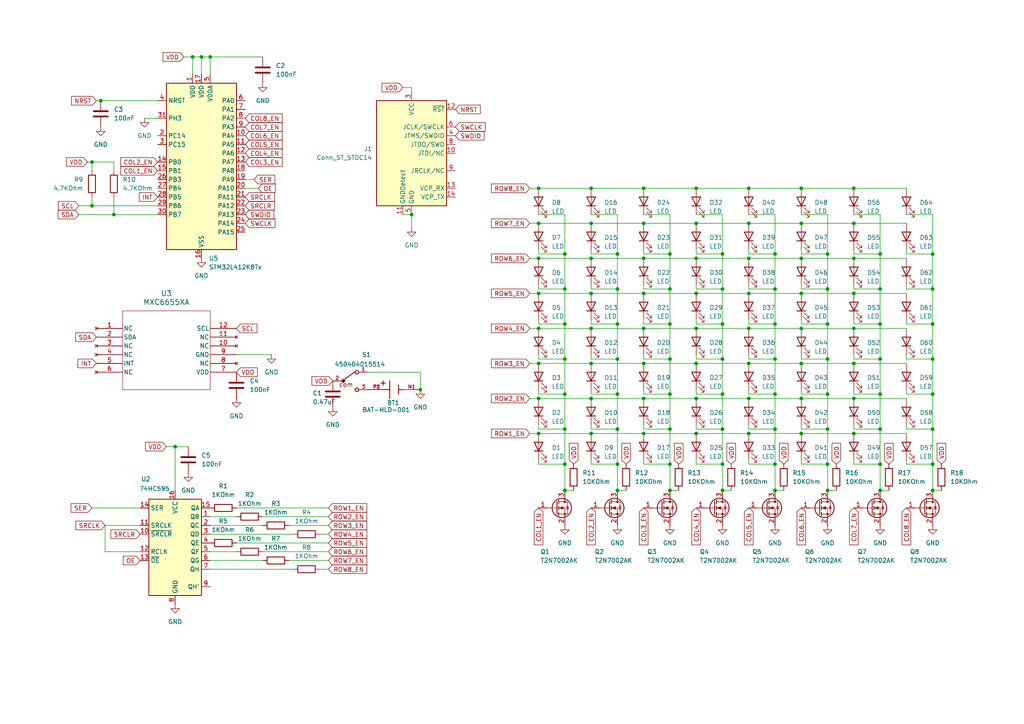
<source format=kicad_sch>
(kicad_sch (version 20250114) (generator "eeschema") (generator_version "9.0")
  (paper "A4")
  (junction (at 186.69 95.25))
  (junction (at 255.27 104.14))
  (junction (at 255.27 124.46))
  (junction (at 194.31 93.98))
  (junction (at 186.69 105.41))
  (junction (at 194.31 104.14))
  (junction (at 217.17 54.61))
  (junction (at 247.65 115.57))
  (junction (at 50.8 129.54))
  (junction (at 255.27 73.66))
  (junction (at 179.07 134.62))
  (junction (at 171.45 125.73))
  (junction (at 156.21 74.93))
  (junction (at 247.65 125.73))
  (junction (at 156.21 95.25))
  (junction (at 201.93 64.77))
  (junction (at 186.69 74.93))
  (junction (at 179.07 73.66))
  (junction (at 201.93 54.61))
  (junction (at 232.41 115.57))
  (junction (at 119.38 62.23))
  (junction (at 60.96 16.51))
  (junction (at 224.79 83.82))
  (junction (at 224.79 134.62))
  (junction (at 186.69 125.73))
  (junction (at 240.03 104.14))
  (junction (at 232.41 64.77))
  (junction (at 186.69 54.61))
  (junction (at 186.69 85.09))
  (junction (at 240.03 134.62))
  (junction (at 163.83 93.98))
  (junction (at 163.83 83.82))
  (junction (at 171.45 95.25))
  (junction (at 171.45 54.61))
  (junction (at 247.65 85.09))
  (junction (at 270.51 142.24))
  (junction (at 247.65 105.41))
  (junction (at 194.31 73.66))
  (junction (at 224.79 104.14))
  (junction (at 179.07 93.98))
  (junction (at 26.67 59.69))
  (junction (at 121.92 113.03))
  (junction (at 26.67 46.99))
  (junction (at 224.79 114.3))
  (junction (at 232.41 105.41))
  (junction (at 209.55 142.24))
  (junction (at 232.41 85.09))
  (junction (at 163.83 134.62))
  (junction (at 179.07 83.82))
  (junction (at 270.51 134.62))
  (junction (at 156.21 125.73))
  (junction (at 179.07 104.14))
  (junction (at 270.51 104.14))
  (junction (at 217.17 105.41))
  (junction (at 217.17 115.57))
  (junction (at 33.02 62.23))
  (junction (at 163.83 114.3))
  (junction (at 186.69 115.57))
  (junction (at 217.17 85.09))
  (junction (at 247.65 54.61))
  (junction (at 209.55 83.82))
  (junction (at 270.51 73.66))
  (junction (at 55.88 16.51))
  (junction (at 209.55 124.46))
  (junction (at 217.17 95.25))
  (junction (at 232.41 54.61))
  (junction (at 255.27 142.24))
  (junction (at 224.79 93.98))
  (junction (at 255.27 93.98))
  (junction (at 209.55 93.98))
  (junction (at 163.83 104.14))
  (junction (at 201.93 125.73))
  (junction (at 163.83 124.46))
  (junction (at 217.17 64.77))
  (junction (at 201.93 85.09))
  (junction (at 171.45 74.93))
  (junction (at 209.55 104.14))
  (junction (at 201.93 74.93))
  (junction (at 209.55 134.62))
  (junction (at 217.17 125.73))
  (junction (at 171.45 85.09))
  (junction (at 240.03 142.24))
  (junction (at 209.55 73.66))
  (junction (at 247.65 74.93))
  (junction (at 194.31 124.46))
  (junction (at 240.03 93.98))
  (junction (at 163.83 73.66))
  (junction (at 232.41 74.93))
  (junction (at 270.51 124.46))
  (junction (at 270.51 93.98))
  (junction (at 156.21 115.57))
  (junction (at 240.03 124.46))
  (junction (at 171.45 105.41))
  (junction (at 232.41 95.25))
  (junction (at 224.79 73.66))
  (junction (at 156.21 64.77))
  (junction (at 156.21 85.09))
  (junction (at 247.65 64.77))
  (junction (at 179.07 124.46))
  (junction (at 224.79 124.46))
  (junction (at 179.07 114.3))
  (junction (at 156.21 105.41))
  (junction (at 270.51 83.82))
  (junction (at 255.27 114.3))
  (junction (at 194.31 114.3))
  (junction (at 255.27 83.82))
  (junction (at 255.27 134.62))
  (junction (at 240.03 114.3))
  (junction (at 201.93 105.41))
  (junction (at 171.45 115.57))
  (junction (at 209.55 114.3))
  (junction (at 240.03 83.82))
  (junction (at 194.31 142.24))
  (junction (at 179.07 142.24))
  (junction (at 171.45 64.77))
  (junction (at 224.79 142.24))
  (junction (at 194.31 83.82))
  (junction (at 194.31 134.62))
  (junction (at 240.03 73.66))
  (junction (at 163.83 142.24))
  (junction (at 58.42 16.51))
  (junction (at 270.51 114.3))
  (junction (at 217.17 74.93))
  (junction (at 201.93 115.57))
  (junction (at 156.21 54.61))
  (junction (at 29.21 29.21))
  (junction (at 247.65 95.25))
  (junction (at 186.69 64.77))
  (junction (at 201.93 95.25))
  (junction (at 232.41 125.73))
  (wire (pts (xy 194.31 134.62) (xy 194.31 142.24)))
  (wire (pts (xy 232.41 114.3) (xy 240.03 114.3)))
  (wire (pts (xy 119.38 25.4) (xy 119.38 26.67)))
  (wire (pts (xy 209.55 124.46) (xy 209.55 134.62)))
  (wire (pts (xy 201.93 83.82) (xy 209.55 83.82)))
  (wire (pts (xy 201.93 82.55) (xy 201.93 83.82)))
  (wire (pts (xy 247.65 62.23) (xy 255.27 62.23)))
  (wire (pts (xy 201.93 54.61) (xy 217.17 54.61)))
  (wire (pts (xy 73.66 52.07) (xy 71.12 52.07)))
  (wire (pts (xy 209.55 83.82) (xy 209.55 93.98)))
  (wire (pts (xy 240.03 62.23) (xy 240.03 73.66)))
  (wire (pts (xy 153.67 64.77) (xy 156.21 64.77)))
  (wire (pts (xy 179.07 83.82) (xy 179.07 93.98)))
  (wire (pts (xy 262.89 134.62) (xy 262.89 133.35)))
  (wire (pts (xy 171.45 85.09) (xy 186.69 85.09)))
  (wire (pts (xy 156.21 104.14) (xy 163.83 104.14)))
  (wire (pts (xy 186.69 62.23) (xy 194.31 62.23)))
  (wire (pts (xy 186.69 92.71) (xy 186.69 93.98)))
  (wire (pts (xy 60.96 16.51) (xy 58.42 16.51)))
  (wire (pts (xy 179.07 134.62) (xy 171.45 134.62)))
  (wire (pts (xy 171.45 54.61) (xy 186.69 54.61)))
  (wire (pts (xy 255.27 62.23) (xy 255.27 73.66)))
  (wire (pts (xy 186.69 104.14) (xy 194.31 104.14)))
  (wire (pts (xy 240.03 142.24) (xy 242.57 142.24)))
  (wire (pts (xy 262.89 123.19) (xy 262.89 124.46)))
  (wire (pts (xy 194.31 93.98) (xy 194.31 104.14)))
  (wire (pts (xy 224.79 62.23) (xy 224.79 73.66)))
  (wire (pts (xy 247.65 93.98) (xy 255.27 93.98)))
  (wire (pts (xy 232.41 82.55) (xy 232.41 83.82)))
  (wire (pts (xy 247.65 73.66) (xy 255.27 73.66)))
  (wire (pts (xy 179.07 93.98) (xy 179.07 104.14)))
  (wire (pts (xy 76.2 160.02) (xy 95.25 160.02)))
  (wire (pts (xy 194.31 83.82) (xy 194.31 93.98)))
  (wire (pts (xy 224.79 114.3) (xy 224.79 124.46)))
  (wire (pts (xy 163.83 114.3) (xy 163.83 124.46)))
  (wire (pts (xy 156.21 73.66) (xy 163.83 73.66)))
  (wire (pts (xy 217.17 72.39) (xy 217.17 73.66)))
  (wire (pts (xy 262.89 92.71) (xy 262.89 93.98)))
  (wire (pts (xy 186.69 113.03) (xy 186.69 114.3)))
  (wire (pts (xy 209.55 134.62) (xy 201.93 134.62)))
  (wire (pts (xy 194.31 124.46) (xy 194.31 134.62)))
  (wire (pts (xy 156.21 82.55) (xy 156.21 83.82)))
  (wire (pts (xy 217.17 104.14) (xy 224.79 104.14)))
  (wire (pts (xy 201.93 104.14) (xy 209.55 104.14)))
  (wire (pts (xy 247.65 102.87) (xy 247.65 104.14)))
  (wire (pts (xy 262.89 93.98) (xy 270.51 93.98)))
  (wire (pts (xy 26.67 59.69) (xy 45.72 59.69)))
  (wire (pts (xy 186.69 125.73) (xy 201.93 125.73)))
  (wire (pts (xy 50.8 129.54) (xy 50.8 142.24)))
  (wire (pts (xy 209.55 62.23) (xy 209.55 73.66)))
  (wire (pts (xy 217.17 95.25) (xy 232.41 95.25)))
  (wire (pts (xy 255.27 73.66) (xy 255.27 83.82)))
  (wire (pts (xy 201.93 73.66) (xy 209.55 73.66)))
  (wire (pts (xy 201.93 105.41) (xy 217.17 105.41)))
  (wire (pts (xy 209.55 73.66) (xy 209.55 83.82)))
  (wire (pts (xy 156.21 93.98) (xy 163.83 93.98)))
  (wire (pts (xy 163.83 124.46) (xy 163.83 134.62)))
  (wire (pts (xy 58.42 21.59) (xy 58.42 16.51)))
  (wire (pts (xy 194.31 114.3) (xy 194.31 124.46)))
  (wire (pts (xy 171.45 113.03) (xy 171.45 114.3)))
  (wire (pts (xy 171.45 73.66) (xy 179.07 73.66)))
  (wire (pts (xy 224.79 73.66) (xy 224.79 83.82)))
  (wire (pts (xy 201.93 93.98) (xy 209.55 93.98)))
  (wire (pts (xy 163.83 142.24) (xy 166.37 142.24)))
  (wire (pts (xy 217.17 83.82) (xy 224.79 83.82)))
  (wire (pts (xy 247.65 124.46) (xy 255.27 124.46)))
  (wire (pts (xy 262.89 124.46) (xy 270.51 124.46)))
  (wire (pts (xy 156.21 74.93) (xy 171.45 74.93)))
  (wire (pts (xy 156.21 95.25) (xy 171.45 95.25)))
  (wire (pts (xy 30.48 152.4) (xy 30.48 160.02)))
  (wire (pts (xy 232.41 73.66) (xy 240.03 73.66)))
  (wire (pts (xy 224.79 83.82) (xy 224.79 93.98)))
  (wire (pts (xy 194.31 104.14) (xy 194.31 114.3)))
  (wire (pts (xy 179.07 134.62) (xy 179.07 142.24)))
  (wire (pts (xy 194.31 73.66) (xy 194.31 83.82)))
  (wire (pts (xy 171.45 83.82) (xy 179.07 83.82)))
  (wire (pts (xy 33.02 49.53) (xy 33.02 46.99)))
  (wire (pts (xy 201.93 62.23) (xy 209.55 62.23)))
  (wire (pts (xy 163.83 73.66) (xy 163.83 83.82)))
  (wire (pts (xy 217.17 92.71) (xy 217.17 93.98)))
  (wire (pts (xy 83.82 152.4) (xy 95.25 152.4)))
  (wire (pts (xy 201.93 115.57) (xy 217.17 115.57)))
  (wire (pts (xy 58.42 160.02) (xy 58.42 157.48)))
  (wire (pts (xy 33.02 46.99) (xy 26.67 46.99)))
  (wire (pts (xy 186.69 124.46) (xy 194.31 124.46)))
  (wire (pts (xy 255.27 83.82) (xy 255.27 93.98)))
  (wire (pts (xy 232.41 105.41) (xy 247.65 105.41)))
  (wire (pts (xy 156.21 113.03) (xy 156.21 114.3)))
  (wire (pts (xy 156.21 124.46) (xy 163.83 124.46)))
  (wire (pts (xy 247.65 114.3) (xy 255.27 114.3)))
  (wire (pts (xy 255.27 124.46) (xy 255.27 134.62)))
  (wire (pts (xy 240.03 93.98) (xy 240.03 104.14)))
  (wire (pts (xy 156.21 125.73) (xy 171.45 125.73)))
  (wire (pts (xy 232.41 62.23) (xy 240.03 62.23)))
  (wire (pts (xy 224.79 134.62) (xy 217.17 134.62)))
  (wire (pts (xy 179.07 124.46) (xy 179.07 134.62)))
  (wire (pts (xy 201.93 102.87) (xy 201.93 104.14)))
  (wire (pts (xy 240.03 104.14) (xy 240.03 114.3)))
  (wire (pts (xy 27.94 29.21) (xy 29.21 29.21)))
  (wire (pts (xy 270.51 134.62) (xy 270.51 142.24)))
  (wire (pts (xy 163.83 104.14) (xy 163.83 114.3)))
  (wire (pts (xy 186.69 54.61) (xy 201.93 54.61)))
  (wire (pts (xy 26.67 147.32) (xy 40.64 147.32)))
  (wire (pts (xy 85.09 154.94) (xy 60.96 154.94)))
  (wire (pts (xy 55.88 16.51) (xy 55.88 21.59)))
  (wire (pts (xy 224.79 124.46) (xy 224.79 134.62)))
  (wire (pts (xy 262.89 83.82) (xy 270.51 83.82)))
  (wire (pts (xy 186.69 95.25) (xy 201.93 95.25)))
  (wire (pts (xy 201.93 125.73) (xy 217.17 125.73)))
  (wire (pts (xy 156.21 105.41) (xy 171.45 105.41)))
  (wire (pts (xy 60.96 16.51) (xy 76.2 16.51)))
  (wire (pts (xy 247.65 72.39) (xy 247.65 73.66)))
  (wire (pts (xy 186.69 74.93) (xy 201.93 74.93)))
  (wire (pts (xy 156.21 72.39) (xy 156.21 73.66)))
  (wire (pts (xy 224.79 134.62) (xy 224.79 142.24)))
  (wire (pts (xy 171.45 93.98) (xy 179.07 93.98)))
  (wire (pts (xy 171.45 114.3) (xy 179.07 114.3)))
  (wire (pts (xy 262.89 82.55) (xy 262.89 83.82)))
  (wire (pts (xy 232.41 124.46) (xy 240.03 124.46)))
  (wire (pts (xy 247.65 74.93) (xy 262.89 74.93)))
  (wire (pts (xy 30.48 152.4) (xy 40.64 152.4)))
  (wire (pts (xy 33.02 57.15) (xy 33.02 62.23)))
  (wire (pts (xy 232.41 115.57) (xy 247.65 115.57)))
  (wire (pts (xy 217.17 105.41) (xy 232.41 105.41)))
  (wire (pts (xy 74.93 54.61) (xy 71.12 54.61)))
  (wire (pts (xy 270.51 134.62) (xy 262.89 134.62)))
  (wire (pts (xy 217.17 134.62) (xy 217.17 133.35)))
  (wire (pts (xy 186.69 73.66) (xy 194.31 73.66)))
  (wire (pts (xy 217.17 102.87) (xy 217.17 104.14)))
  (wire (pts (xy 247.65 123.19) (xy 247.65 124.46)))
  (wire (pts (xy 201.93 113.03) (xy 201.93 114.3)))
  (wire (pts (xy 163.83 93.98) (xy 163.83 104.14)))
  (wire (pts (xy 50.8 129.54) (xy 54.61 129.54)))
  (wire (pts (xy 255.27 142.24) (xy 257.81 142.24)))
  (wire (pts (xy 255.27 93.98) (xy 255.27 104.14)))
  (wire (pts (xy 247.65 134.62) (xy 247.65 133.35)))
  (wire (pts (xy 232.41 125.73) (xy 247.65 125.73)))
  (wire (pts (xy 156.21 115.57) (xy 171.45 115.57)))
  (wire (pts (xy 262.89 62.23) (xy 270.51 62.23)))
  (wire (pts (xy 232.41 123.19) (xy 232.41 124.46)))
  (wire (pts (xy 232.41 95.25) (xy 247.65 95.25)))
  (wire (pts (xy 240.03 134.62) (xy 240.03 142.24)))
  (wire (pts (xy 247.65 105.41) (xy 262.89 105.41)))
  (wire (pts (xy 26.67 57.15) (xy 26.67 59.69)))
  (wire (pts (xy 224.79 142.24) (xy 227.33 142.24)))
  (wire (pts (xy 26.67 46.99) (xy 25.4 46.99)))
  (wire (pts (xy 217.17 123.19) (xy 217.17 124.46)))
  (wire (pts (xy 85.09 165.1) (xy 60.96 165.1)))
  (wire (pts (xy 247.65 95.25) (xy 262.89 95.25)))
  (wire (pts (xy 171.45 124.46) (xy 179.07 124.46)))
  (wire (pts (xy 171.45 64.77) (xy 186.69 64.77)))
  (wire (pts (xy 29.21 29.21) (xy 45.72 29.21)))
  (wire (pts (xy 201.93 72.39) (xy 201.93 73.66)))
  (wire (pts (xy 217.17 74.93) (xy 232.41 74.93)))
  (wire (pts (xy 156.21 64.77) (xy 171.45 64.77)))
  (wire (pts (xy 179.07 62.23) (xy 179.07 73.66)))
  (wire (pts (xy 232.41 64.77) (xy 247.65 64.77)))
  (wire (pts (xy 247.65 64.77) (xy 262.89 64.77)))
  (wire (pts (xy 186.69 123.19) (xy 186.69 124.46)))
  (wire (pts (xy 156.21 123.19) (xy 156.21 124.46)))
  (wire (pts (xy 92.71 154.94) (xy 95.25 154.94)))
  (wire (pts (xy 270.51 114.3) (xy 270.51 124.46)))
  (wire (pts (xy 163.83 134.62) (xy 156.21 134.62)))
  (wire (pts (xy 247.65 54.61) (xy 262.89 54.61)))
  (wire (pts (xy 255.27 114.3) (xy 255.27 124.46)))
  (wire (pts (xy 247.65 92.71) (xy 247.65 93.98)))
  (wire (pts (xy 270.51 62.23) (xy 270.51 73.66)))
  (wire (pts (xy 194.31 134.62) (xy 186.69 134.62)))
  (wire (pts (xy 262.89 73.66) (xy 270.51 73.66)))
  (wire (pts (xy 232.41 83.82) (xy 240.03 83.82)))
  (wire (pts (xy 92.71 165.1) (xy 95.25 165.1)))
  (wire (pts (xy 48.26 129.54) (xy 50.8 129.54)))
  (wire (pts (xy 41.91 34.29) (xy 45.72 34.29)))
  (wire (pts (xy 171.45 102.87) (xy 171.45 104.14)))
  (wire (pts (xy 201.93 92.71) (xy 201.93 93.98)))
  (wire (pts (xy 232.41 85.09) (xy 247.65 85.09)))
  (wire (pts (xy 217.17 62.23) (xy 224.79 62.23)))
  (wire (pts (xy 217.17 124.46) (xy 224.79 124.46)))
  (wire (pts (xy 171.45 82.55) (xy 171.45 83.82)))
  (wire (pts (xy 201.93 64.77) (xy 217.17 64.77)))
  (wire (pts (xy 22.86 59.69) (xy 26.67 59.69)))
  (wire (pts (xy 186.69 85.09) (xy 201.93 85.09)))
  (wire (pts (xy 240.03 134.62) (xy 232.41 134.62)))
  (wire (pts (xy 68.58 147.32) (xy 95.25 147.32)))
  (wire (pts (xy 217.17 114.3) (xy 224.79 114.3)))
  (wire (pts (xy 224.79 104.14) (xy 224.79 114.3)))
  (wire (pts (xy 121.92 107.95) (xy 121.92 113.03)))
  (wire (pts (xy 247.65 83.82) (xy 255.27 83.82)))
  (wire (pts (xy 217.17 125.73) (xy 232.41 125.73)))
  (wire (pts (xy 171.45 104.14) (xy 179.07 104.14)))
  (wire (pts (xy 171.45 105.41) (xy 186.69 105.41)))
  (wire (pts (xy 179.07 114.3) (xy 179.07 124.46)))
  (wire (pts (xy 232.41 104.14) (xy 240.03 104.14)))
  (wire (pts (xy 270.51 104.14) (xy 270.51 114.3)))
  (wire (pts (xy 68.58 157.48) (xy 95.25 157.48)))
  (wire (pts (xy 156.21 134.62) (xy 156.21 133.35)))
  (wire (pts (xy 83.82 162.56) (xy 95.25 162.56)))
  (wire (pts (xy 262.89 102.87) (xy 262.89 104.14)))
  (wire (pts (xy 171.45 72.39) (xy 171.45 73.66)))
  (wire (pts (xy 186.69 83.82) (xy 194.31 83.82)))
  (wire (pts (xy 186.69 105.41) (xy 201.93 105.41)))
  (wire (pts (xy 194.31 142.24) (xy 196.85 142.24)))
  (wire (pts (xy 240.03 83.82) (xy 240.03 93.98)))
  (wire (pts (xy 186.69 134.62) (xy 186.69 133.35)))
  (wire (pts (xy 209.55 114.3) (xy 209.55 124.46)))
  (wire (pts (xy 247.65 85.09) (xy 262.89 85.09)))
  (wire (pts (xy 209.55 134.62) (xy 209.55 142.24)))
  (wire (pts (xy 171.45 62.23) (xy 179.07 62.23)))
  (wire (pts (xy 262.89 72.39) (xy 262.89 73.66)))
  (wire (pts (xy 116.84 25.4) (xy 119.38 25.4)))
  (wire (pts (xy 232.41 72.39) (xy 232.41 73.66)))
  (wire (pts (xy 171.45 92.71) (xy 171.45 93.98)))
  (wire (pts (xy 186.69 93.98) (xy 194.31 93.98)))
  (wire (pts (xy 26.67 49.53) (xy 26.67 46.99)))
  (wire (pts (xy 76.2 152.4) (xy 60.96 152.4)))
  (wire (pts (xy 171.45 125.73) (xy 186.69 125.73)))
  (wire (pts (xy 217.17 115.57) (xy 232.41 115.57)))
  (wire (pts (xy 232.41 54.61) (xy 247.65 54.61)))
  (wire (pts (xy 209.55 104.14) (xy 209.55 114.3)))
  (wire (pts (xy 255.27 134.62) (xy 255.27 142.24)))
  (wire (pts (xy 153.67 105.41) (xy 156.21 105.41)))
  (wire (pts (xy 217.17 54.61) (xy 232.41 54.61)))
  (wire (pts (xy 186.69 114.3) (xy 194.31 114.3)))
  (wire (pts (xy 217.17 73.66) (xy 224.79 73.66)))
  (wire (pts (xy 217.17 82.55) (xy 217.17 83.82)))
  (wire (pts (xy 217.17 93.98) (xy 224.79 93.98)))
  (wire (pts (xy 247.65 125.73) (xy 262.89 125.73)))
  (wire (pts (xy 179.07 104.14) (xy 179.07 114.3)))
  (wire (pts (xy 156.21 114.3) (xy 163.83 114.3)))
  (wire (pts (xy 153.67 125.73) (xy 156.21 125.73)))
  (wire (pts (xy 232.41 92.71) (xy 232.41 93.98)))
  (wire (pts (xy 163.83 62.23) (xy 163.83 73.66)))
  (wire (pts (xy 270.51 73.66) (xy 270.51 83.82)))
  (wire (pts (xy 156.21 102.87) (xy 156.21 104.14)))
  (wire (pts (xy 106.68 107.95) (xy 121.92 107.95)))
  (wire (pts (xy 181.61 142.24) (xy 179.07 142.24)))
  (wire (pts (xy 240.03 124.46) (xy 240.03 134.62)))
  (wire (pts (xy 247.65 104.14) (xy 255.27 104.14)))
  (wire (pts (xy 201.93 134.62) (xy 201.93 133.35)))
  (wire (pts (xy 68.58 102.87) (xy 78.74 102.87)))
  (wire (pts (xy 33.02 62.23) (xy 45.72 62.23)))
  (wire (pts (xy 232.41 93.98) (xy 240.03 93.98)))
  (wire (pts (xy 255.27 104.14) (xy 255.27 114.3)))
  (wire (pts (xy 163.83 83.82) (xy 163.83 93.98)))
  (wire (pts (xy 240.03 73.66) (xy 240.03 83.82)))
  (wire (pts (xy 217.17 113.03) (xy 217.17 114.3)))
  (wire (pts (xy 262.89 113.03) (xy 262.89 114.3)))
  (wire (pts (xy 255.27 134.62) (xy 247.65 134.62)))
  (wire (pts (xy 262.89 114.3) (xy 270.51 114.3)))
  (wire (pts (xy 194.31 62.23) (xy 194.31 73.66)))
  (wire (pts (xy 217.17 64.77) (xy 232.41 64.77)))
  (wire (pts (xy 186.69 72.39) (xy 186.69 73.66)))
  (wire (pts (xy 171.45 115.57) (xy 186.69 115.57)))
  (wire (pts (xy 201.93 123.19) (xy 201.93 124.46)))
  (wire (pts (xy 201.93 124.46) (xy 209.55 124.46)))
  (wire (pts (xy 119.38 66.04) (xy 119.38 62.23)))
  (wire (pts (xy 270.51 142.24) (xy 273.05 142.24)))
  (wire (pts (xy 58.42 16.51) (xy 55.88 16.51)))
  (wire (pts (xy 232.41 134.62) (xy 232.41 133.35)))
  (wire (pts (xy 68.58 149.86) (xy 60.96 149.86)))
  (wire (pts (xy 22.86 62.23) (xy 33.02 62.23)))
  (wire (pts (xy 186.69 102.87) (xy 186.69 104.14)))
  (wire (pts (xy 209.55 142.24) (xy 212.09 142.24)))
  (wire (pts (xy 201.93 95.25) (xy 217.17 95.25)))
  (wire (pts (xy 270.51 83.82) (xy 270.51 93.98)))
  (wire (pts (xy 53.34 16.51) (xy 55.88 16.51)))
  (wire (pts (xy 153.67 95.25) (xy 156.21 95.25)))
  (wire (pts (xy 153.67 74.93) (xy 156.21 74.93)))
  (wire (pts (xy 60.96 21.59) (xy 60.96 16.51)))
  (wire (pts (xy 232.41 102.87) (xy 232.41 104.14)))
  (wire (pts (xy 153.67 54.61) (xy 156.21 54.61)))
  (wire (pts (xy 270.51 124.46) (xy 270.51 134.62)))
  (wire (pts (xy 156.21 85.09) (xy 171.45 85.09)))
  (wire (pts (xy 247.65 113.03) (xy 247.65 114.3)))
  (wire (pts (xy 201.93 114.3) (xy 209.55 114.3)))
  (wire (pts (xy 163.83 134.62) (xy 163.83 142.24)))
  (wire (pts (xy 240.03 114.3) (xy 240.03 124.46)))
  (wire (pts (xy 68.58 160.02) (xy 60.96 160.02)))
  (wire (pts (xy 179.07 73.66) (xy 179.07 83.82)))
  (wire (pts (xy 171.45 74.93) (xy 186.69 74.93)))
  (wire (pts (xy 201.93 85.09) (xy 217.17 85.09)))
  (wire (pts (xy 217.17 85.09) (xy 232.41 85.09)))
  (wire (pts (xy 76.2 162.56) (xy 60.96 162.56)))
  (wire (pts (xy 224.79 93.98) (xy 224.79 104.14)))
  (wire (pts (xy 270.51 93.98) (xy 270.51 104.14)))
  (wire (pts (xy 171.45 123.19) (xy 171.45 124.46)))
  (wire (pts (xy 40.64 160.02) (xy 30.48 160.02)))
  (wire (pts (xy 156.21 62.23) (xy 163.83 62.23)))
  (wire (pts (xy 156.21 92.71) (xy 156.21 93.98)))
  (wire (pts (xy 171.45 95.25) (xy 186.69 95.25)))
  (wire (pts (xy 262.89 104.14) (xy 270.51 104.14)))
  (wire (pts (xy 153.67 85.09) (xy 156.21 85.09)))
  (wire (pts (xy 209.55 93.98) (xy 209.55 104.14)))
  (wire (pts (xy 232.41 113.03) (xy 232.41 114.3)))
  (wire (pts (xy 232.41 74.93) (xy 247.65 74.93)))
  (wire (pts (xy 156.21 83.82) (xy 163.83 83.82)))
  (wire (pts (xy 186.69 115.57) (xy 201.93 115.57)))
  (wire (pts (xy 171.45 134.62) (xy 171.45 133.35)))
  (wire (pts (xy 186.69 82.55) (xy 186.69 83.82)))
  (wire (pts (xy 247.65 115.57) (xy 262.89 115.57)))
  (wire (pts (xy 76.2 149.86) (xy 95.25 149.86)))
  (wire (pts (xy 201.93 74.93) (xy 217.17 74.93)))
  (wire (pts (xy 153.67 115.57) (xy 156.21 115.57)))
  (wire (pts (xy 247.65 82.55) (xy 247.65 83.82)))
  (wire (pts (xy 116.84 62.23) (xy 119.38 62.23)))
  (wire (pts (xy 156.21 54.61) (xy 171.45 54.61)))
  (wire (pts (xy 186.69 64.77) (xy 201.93 64.77)))
  (global_label "SWDIO" (shape input) (at 71.12 62.23 0) (property "Intersheetrefs" "${INTERSHEET_REFS}" (effects (hide yes))))
  (global_label "ROW2_EN" (shape input) (at 95.25 149.86 0) (property "Intersheetrefs" "${INTERSHEET_REFS}" (effects (hide yes))))
  (global_label "ROW1_EN" (shape input) (at 153.67 125.73 180) (property "Intersheetrefs" "${INTERSHEET_REFS}" (effects (hide yes))))
  (global_label "COL4_EN" (shape input) (at 201.93 147.32 270) (property "Intersheetrefs" "${INTERSHEET_REFS}" (effects (hide yes))))
  (global_label "COL1_EN" (shape input) (at 45.72 49.53 180) (property "Intersheetrefs" "${INTERSHEET_REFS}" (effects (hide yes))))
  (global_label "ROW3_EN" (shape input) (at 153.67 105.41 180) (property "Intersheetrefs" "${INTERSHEET_REFS}" (effects (hide yes))))
  (global_label "SRCLK" (shape input) (at 71.12 57.15 0) (property "Intersheetrefs" "${INTERSHEET_REFS}" (effects (hide yes))))
  (global_label "COL3_EN" (shape input) (at 71.12 46.99 0) (property "Intersheetrefs" "${INTERSHEET_REFS}" (effects (hide yes))))
  (global_label "SER" (shape input) (at 26.67 147.32 180) (property "Intersheetrefs" "${INTERSHEET_REFS}" (effects (hide yes))))
  (global_label "SRCLR" (shape input) (at 71.12 59.69 0) (property "Intersheetrefs" "${INTERSHEET_REFS}" (effects (hide yes))))
  (global_label "SCL" (shape input) (at 68.58 95.25 0) (property "Intersheetrefs" "${INTERSHEET_REFS}" (effects (hide yes))))
  (global_label "COL8_EN" (shape input) (at 262.89 147.32 270) (property "Intersheetrefs" "${INTERSHEET_REFS}" (effects (hide yes))))
  (global_label "SWDIO" (shape input) (at 132.08 39.37 0) (property "Intersheetrefs" "${INTERSHEET_REFS}" (effects (hide yes))))
  (global_label "VDD" (shape input) (at 53.34 16.51 180) (property "Intersheetrefs" "${INTERSHEET_REFS}" (effects (hide yes))))
  (global_label "SRCLK" (shape input) (at 30.48 152.4 180) (property "Intersheetrefs" "${INTERSHEET_REFS}" (effects (hide yes))))
  (global_label "VDD" (shape input) (at 68.58 107.95 0) (property "Intersheetrefs" "${INTERSHEET_REFS}" (effects (hide yes))))
  (global_label "INT" (shape input) (at 45.72 57.15 180) (property "Intersheetrefs" "${INTERSHEET_REFS}" (effects (hide yes))))
  (global_label "VDD" (shape input) (at 48.26 129.54 180) (property "Intersheetrefs" "${INTERSHEET_REFS}" (effects (hide yes))))
  (global_label "ROW7_EN" (shape input) (at 153.67 64.77 180) (property "Intersheetrefs" "${INTERSHEET_REFS}" (effects (hide yes))))
  (global_label "ROW7_EN" (shape input) (at 95.25 162.56 0) (property "Intersheetrefs" "${INTERSHEET_REFS}" (effects (hide yes))))
  (global_label "SRCLR" (shape input) (at 40.64 154.94 180) (property "Intersheetrefs" "${INTERSHEET_REFS}" (effects (hide yes))))
  (global_label "VDD" (shape input) (at 96.52 110.49 180) (property "Intersheetrefs" "${INTERSHEET_REFS}" (effects (hide yes))))
  (global_label "COL5_EN" (shape input) (at 217.17 147.32 270) (property "Intersheetrefs" "${INTERSHEET_REFS}" (effects (hide yes))))
  (global_label "ROW8_EN" (shape input) (at 153.67 54.61 180) (property "Intersheetrefs" "${INTERSHEET_REFS}" (effects (hide yes))))
  (global_label "ROW8_EN" (shape input) (at 95.25 165.1 0) (property "Intersheetrefs" "${INTERSHEET_REFS}" (effects (hide yes))))
  (global_label "COL3_EN" (shape input) (at 186.69 147.32 270) (property "Intersheetrefs" "${INTERSHEET_REFS}" (effects (hide yes))))
  (global_label "INT" (shape input) (at 27.94 105.41 180) (property "Intersheetrefs" "${INTERSHEET_REFS}" (effects (hide yes))))
  (global_label "SCL" (shape input) (at 22.86 59.69 180) (property "Intersheetrefs" "${INTERSHEET_REFS}" (effects (hide yes))))
  (global_label "ROW3_EN" (shape input) (at 95.25 152.4 0) (property "Intersheetrefs" "${INTERSHEET_REFS}" (effects (hide yes))))
  (global_label "NRST" (shape input) (at 132.08 31.75 0) (property "Intersheetrefs" "${INTERSHEET_REFS}" (effects (hide yes))))
  (global_label "COL8_EN" (shape input) (at 71.12 34.29 0) (property "Intersheetrefs" "${INTERSHEET_REFS}" (effects (hide yes))))
  (global_label "COL7_EN" (shape input) (at 71.12 36.83 0) (property "Intersheetrefs" "${INTERSHEET_REFS}" (effects (hide yes))))
  (global_label "ROW5_EN" (shape input) (at 95.25 157.48 0) (property "Intersheetrefs" "${INTERSHEET_REFS}" (effects (hide yes))))
  (global_label "COL2_EN" (shape input) (at 45.72 46.99 180) (property "Intersheetrefs" "${INTERSHEET_REFS}" (effects (hide yes))))
  (global_label "SER" (shape input) (at 73.66 52.07 0) (property "Intersheetrefs" "${INTERSHEET_REFS}" (effects (hide yes))))
  (global_label "OE" (shape input) (at 40.64 162.56 180) (property "Intersheetrefs" "${INTERSHEET_REFS}" (effects (hide yes))))
  (global_label "ROW1_EN" (shape input) (at 95.25 147.32 0) (property "Intersheetrefs" "${INTERSHEET_REFS}" (effects (hide yes))))
  (global_label "COL6_EN" (shape input) (at 232.41 147.32 270) (property "Intersheetrefs" "${INTERSHEET_REFS}" (effects (hide yes))))
  (global_label "VDD" (shape input) (at 116.84 25.4 180) (property "Intersheetrefs" "${INTERSHEET_REFS}" (effects (hide yes))))
  (global_label "ROW5_EN" (shape input) (at 153.67 85.09 180) (property "Intersheetrefs" "${INTERSHEET_REFS}" (effects (hide yes))))
  (global_label "VDD" (shape input) (at 212.09 134.62 90) (property "Intersheetrefs" "${INTERSHEET_REFS}" (effects (hide yes))))
  (global_label "SDA" (shape input) (at 22.86 62.23 180) (property "Intersheetrefs" "${INTERSHEET_REFS}" (effects (hide yes))))
  (global_label "ROW6_EN" (shape input) (at 153.67 74.93 180) (property "Intersheetrefs" "${INTERSHEET_REFS}" (effects (hide yes))))
  (global_label "COL6_EN" (shape input) (at 71.12 39.37 0) (property "Intersheetrefs" "${INTERSHEET_REFS}" (effects (hide yes))))
  (global_label "VDD" (shape input) (at 181.61 134.62 90) (property "Intersheetrefs" "${INTERSHEET_REFS}" (effects (hide yes))))
  (global_label "VDD" (shape input) (at 257.81 134.62 90) (property "Intersheetrefs" "${INTERSHEET_REFS}" (effects (hide yes))))
  (global_label "ROW4_EN" (shape input) (at 95.25 154.94 0) (property "Intersheetrefs" "${INTERSHEET_REFS}" (effects (hide yes))))
  (global_label "VDD" (shape input) (at 25.4 46.99 180) (property "Intersheetrefs" "${INTERSHEET_REFS}" (effects (hide yes))))
  (global_label "COL1_EN" (shape input) (at 156.21 147.32 270) (property "Intersheetrefs" "${INTERSHEET_REFS}" (effects (hide yes))))
  (global_label "COL5_EN" (shape input) (at 71.12 41.91 0) (property "Intersheetrefs" "${INTERSHEET_REFS}" (effects (hide yes))))
  (global_label "NRST" (shape input) (at 27.94 29.21 180) (property "Intersheetrefs" "${INTERSHEET_REFS}" (effects (hide yes))))
  (global_label "COL7_EN" (shape input) (at 247.65 147.32 270) (property "Intersheetrefs" "${INTERSHEET_REFS}" (effects (hide yes))))
  (global_label "ROW2_EN" (shape input) (at 153.67 115.57 180) (property "Intersheetrefs" "${INTERSHEET_REFS}" (effects (hide yes))))
  (global_label "ROW6_EN" (shape input) (at 95.25 160.02 0) (property "Intersheetrefs" "${INTERSHEET_REFS}" (effects (hide yes))))
  (global_label "COL4_EN" (shape input) (at 71.12 44.45 0) (property "Intersheetrefs" "${INTERSHEET_REFS}" (effects (hide yes))))
  (global_label "SWCLK" (shape input) (at 71.12 64.77 0) (property "Intersheetrefs" "${INTERSHEET_REFS}" (effects (hide yes))))
  (global_label "SWCLK" (shape input) (at 132.08 36.83 0) (property "Intersheetrefs" "${INTERSHEET_REFS}" (effects (hide yes))))
  (global_label "VDD" (shape input) (at 196.85 134.62 90) (property "Intersheetrefs" "${INTERSHEET_REFS}" (effects (hide yes))))
  (global_label "VDD" (shape input) (at 242.57 134.62 90) (property "Intersheetrefs" "${INTERSHEET_REFS}" (effects (hide yes))))
  (global_label "VDD" (shape input) (at 166.37 134.62 90) (property "Intersheetrefs" "${INTERSHEET_REFS}" (effects (hide yes))))
  (global_label "COL2_EN" (shape input) (at 171.45 147.32 270) (property "Intersheetrefs" "${INTERSHEET_REFS}" (effects (hide yes))))
  (global_label "ROW4_EN" (shape input) (at 153.67 95.25 180) (property "Intersheetrefs" "${INTERSHEET_REFS}" (effects (hide yes))))
  (global_label "OE" (shape input) (at 74.93 54.61 0) (property "Intersheetrefs" "${INTERSHEET_REFS}" (effects (hide yes))))
  (global_label "VDD" (shape input) (at 227.33 134.62 90) (property "Intersheetrefs" "${INTERSHEET_REFS}" (effects (hide yes))))
  (global_label "SDA" (shape input) (at 27.94 97.79 180) (property "Intersheetrefs" "${INTERSHEET_REFS}" (effects (hide yes))))
  (global_label "VDD" (shape input) (at 273.05 134.62 90) (property "Intersheetrefs" "${INTERSHEET_REFS}" (effects (hide yes))))
  (symbol (lib_id "Device:LED") (at 171.45 129.54 90) (unit 1)
    (property "Reference" "D9" (at 175.26 129.8574 90) (effects (justify right)))
    (property "Value" "LED" (at 175.26 132.3974 90) (effects (justify right)))
    (property "Footprint" "LED_SMD:LED_0805_2012Metric_Pad1.15x1.40mm_HandSolder" (effects (hide yes)))
    (property "Description" "Light emitting diode" (effects (hide yes)))
    (property "Sim.Pins" "1=K 2=A" (effects (hide yes)))
  )
  (symbol (lib_id "Device:LED") (at 247.65 58.42 90) (unit 1)
    (property "Reference" "D56" (at 251.46 58.7374 90) (effects (justify right)))
    (property "Value" "LED" (at 251.46 61.2774 90) (effects (justify right)))
    (property "Footprint" "LED_SMD:LED_0805_2012Metric_Pad1.15x1.40mm_HandSolder" (effects (hide yes)))
    (property "Description" "Light emitting diode" (effects (hide yes)))
    (property "Sim.Pins" "1=K 2=A" (effects (hide yes)))
  )
  (symbol (lib_id "Device:C") (at 54.61 133.35 0) (unit 1)
    (property "Reference" "C5" (at 58.42 132.0799 0) (effects (justify left)))
    (property "Value" "100nF" (at 58.42 134.6199 0) (effects (justify left)))
    (property "Footprint" "Capacitor_SMD:C_0805_2012Metric_Pad1.18x1.45mm_HandSolder" (effects (hide yes)))
    (property "Description" "Unpolarized capacitor" (effects (hide yes)))
  )
  (symbol (lib_id "Device:LED") (at 201.93 88.9 90) (unit 1)
    (property "Reference" "D29" (at 205.74 89.2174 90) (effects (justify right)))
    (property "Value" "LED" (at 205.74 91.7574 90) (effects (justify right)))
    (property "Footprint" "LED_SMD:LED_0805_2012Metric_Pad1.15x1.40mm_HandSolder" (effects (hide yes)))
    (property "Description" "Light emitting diode" (effects (hide yes)))
    (property "Sim.Pins" "1=K 2=A" (effects (hide yes)))
  )
  (symbol (lib_id "power:GND") (at 68.58 115.57 0) (unit 1)
    (property "Reference" "#PWR017" (effects (hide yes)))
    (property "Value" "GND" (at 68.58 120.65 0))
    (property "Description" "Power symbol creates a global label with name \"GND\" , ground" (effects (hide yes)))
  )
  (symbol (lib_id "power:GND") (at 54.61 137.16 0) (unit 1)
    (property "Reference" "#PWR018" (effects (hide yes)))
    (property "Value" "GND" (at 54.61 142.24 0))
    (property "Description" "Power symbol creates a global label with name \"GND\" , ground" (effects (hide yes)))
  )
  (symbol (lib_id "Device:LED") (at 186.69 88.9 90) (unit 1)
    (property "Reference" "D21" (at 190.5 89.2174 90) (effects (justify right)))
    (property "Value" "LED" (at 190.5 91.7574 90) (effects (justify right)))
    (property "Footprint" "LED_SMD:LED_0805_2012Metric_Pad1.15x1.40mm_HandSolder" (effects (hide yes)))
    (property "Description" "Light emitting diode" (effects (hide yes)))
    (property "Sim.Pins" "1=K 2=A" (effects (hide yes)))
  )
  (symbol (lib_id "Device:LED") (at 156.21 129.54 90) (unit 1)
    (property "Reference" "D1" (at 160.02 129.8574 90) (effects (justify right)))
    (property "Value" "LED" (at 160.02 132.3974 90) (effects (justify right)))
    (property "Footprint" "LED_SMD:LED_0805_2012Metric_Pad1.15x1.40mm_HandSolder" (effects (hide yes)))
    (property "Description" "Light emitting diode" (effects (hide yes)))
    (property "Sim.Pins" "1=K 2=A" (effects (hide yes)))
  )
  (symbol (lib_id "Device:LED") (at 186.69 99.06 90) (unit 1)
    (property "Reference" "D20" (at 190.5 99.3774 90) (effects (justify right)))
    (property "Value" "LED" (at 190.5 101.9174 90) (effects (justify right)))
    (property "Footprint" "LED_SMD:LED_0805_2012Metric_Pad1.15x1.40mm_HandSolder" (effects (hide yes)))
    (property "Description" "Light emitting diode" (effects (hide yes)))
    (property "Sim.Pins" "1=K 2=A" (effects (hide yes)))
  )
  (symbol (lib_id "74xx:74HC595") (at 50.8 157.48 0) (unit 1)
    (property "Reference" "U2" (at 40.894 138.938 0) (effects (justify left)))
    (property "Value" "74HC595" (at 40.386 141.732 0) (effects (justify left)))
    (property "Footprint" "Package_SO:SOIC-16_3.9x9.9mm_P1.27mm" (effects (hide yes)))
    (property "Datasheet" "http://www.ti.com/lit/ds/symlink/sn74hc595.pdf" (effects (hide yes)))
    (property "Description" "8-bit serial in/out Shift Register 3-State Outputs" (effects (hide yes)))
  )
  (symbol (lib_id "Accelerometer:MXC6655XA") (at 27.94 95.25 0) (unit 1)
    (property "Reference" "U3" (at 48.26 85.09 0) (effects (font (size 1.524 1.524))))
    (property "Value" "MXC6655XA" (at 48.26 87.63 0) (effects (font (size 1.524 1.524))))
    (property "Footprint" "footprints:MXC6655XA_MEM" (effects (hide yes)))
    (property "Datasheet" "MXC6655XA" (effects (hide yes)))
  )
  (symbol (lib_id "Device:LED") (at 156.21 99.06 90) (unit 1)
    (property "Reference" "D4" (at 160.02 99.3774 90) (effects (justify right)))
    (property "Value" "LED" (at 160.02 101.9174 90) (effects (justify right)))
    (property "Footprint" "LED_SMD:LED_0805_2012Metric_Pad1.15x1.40mm_HandSolder" (effects (hide yes)))
    (property "Description" "Light emitting diode" (effects (hide yes)))
    (property "Sim.Pins" "1=K 2=A" (effects (hide yes)))
  )
  (symbol (lib_id "Device:LED") (at 217.17 109.22 90) (unit 1)
    (property "Reference" "D35" (at 220.98 109.5374 90) (effects (justify right)))
    (property "Value" "LED" (at 220.98 112.0774 90) (effects (justify right)))
    (property "Footprint" "LED_SMD:LED_0805_2012Metric_Pad1.15x1.40mm_HandSolder" (effects (hide yes)))
    (property "Description" "Light emitting diode" (effects (hide yes)))
    (property "Sim.Pins" "1=K 2=A" (effects (hide yes)))
  )
  (symbol (lib_id "Device:LED") (at 247.65 68.58 90) (unit 1)
    (property "Reference" "D55" (at 251.46 68.8974 90) (effects (justify right)))
    (property "Value" "LED" (at 251.46 71.4374 90) (effects (justify right)))
    (property "Footprint" "LED_SMD:LED_0805_2012Metric_Pad1.15x1.40mm_HandSolder" (effects (hide yes)))
    (property "Description" "Light emitting diode" (effects (hide yes)))
    (property "Sim.Pins" "1=K 2=A" (effects (hide yes)))
  )
  (symbol (lib_id "Device:LED") (at 217.17 99.06 90) (unit 1)
    (property "Reference" "D36" (at 220.98 99.3774 90) (effects (justify right)))
    (property "Value" "LED" (at 220.98 101.9174 90) (effects (justify right)))
    (property "Footprint" "LED_SMD:LED_0805_2012Metric_Pad1.15x1.40mm_HandSolder" (effects (hide yes)))
    (property "Description" "Light emitting diode" (effects (hide yes)))
    (property "Sim.Pins" "1=K 2=A" (effects (hide yes)))
  )
  (symbol (lib_id "Transistor_FET:T2N7002AK") (at 176.53 147.32 0) (unit 1)
    (property "Reference" "Q2" (at 172.466 160.02 0) (effects (justify left)))
    (property "Value" "T2N7002AK" (at 172.466 162.56 0) (effects (justify left)))
    (property "Footprint" "Package_TO_SOT_SMD:SOT-23" (effects (hide yes)))
    (property "Datasheet" "https://toshiba.semicon-storage.com/info/docget.jsp?did=29712&prodName=T2N7002AK" (effects (hide yes)))
    (property "Description" "60V Vds, 0.2A Id, N-Channel MOSFET, SOT-23" (effects (hide yes)))
  )
  (symbol (lib_id "Transistor_FET:T2N7002AK") (at 161.29 147.32 0) (unit 1)
    (property "Reference" "Q1" (at 156.718 160.02 0) (effects (justify left)))
    (property "Value" "T2N7002AK" (at 156.718 162.56 0) (effects (justify left)))
    (property "Footprint" "Package_TO_SOT_SMD:SOT-23" (effects (hide yes)))
    (property "Datasheet" "https://toshiba.semicon-storage.com/info/docget.jsp?did=29712&prodName=T2N7002AK" (effects (hide yes)))
    (property "Description" "60V Vds, 0.2A Id, N-Channel MOSFET, SOT-23" (effects (hide yes)))
  )
  (symbol (lib_id "Device:R") (at 26.67 53.34 0) (mirror y) (unit 1)
    (property "Reference" "R9" (at 24.13 52.0699 0) (effects (justify left)))
    (property "Value" "4.7KOhm" (at 24.13 54.6099 0) (effects (justify left)))
    (property "Footprint" "Resistor_SMD:R_0805_2012Metric_Pad1.20x1.40mm_HandSolder" (effects (hide yes)))
    (property "Description" "Resistor" (effects (hide yes)))
  )
  (symbol (lib_id "Device:LED") (at 217.17 129.54 90) (unit 1)
    (property "Reference" "D33" (at 220.98 129.8574 90) (effects (justify right)))
    (property "Value" "LED" (at 220.98 132.3974 90) (effects (justify right)))
    (property "Footprint" "LED_SMD:LED_0805_2012Metric_Pad1.15x1.40mm_HandSolder" (effects (hide yes)))
    (property "Description" "Light emitting diode" (effects (hide yes)))
    (property "Sim.Pins" "1=K 2=A" (effects (hide yes)))
  )
  (symbol (lib_id "Device:LED") (at 217.17 88.9 90) (unit 1)
    (property "Reference" "D37" (at 220.98 89.2174 90) (effects (justify right)))
    (property "Value" "LED" (at 220.98 91.7574 90) (effects (justify right)))
    (property "Footprint" "LED_SMD:LED_0805_2012Metric_Pad1.15x1.40mm_HandSolder" (effects (hide yes)))
    (property "Description" "Light emitting diode" (effects (hide yes)))
    (property "Sim.Pins" "1=K 2=A" (effects (hide yes)))
  )
  (symbol (lib_id "Device:LED") (at 171.45 99.06 90) (unit 1)
    (property "Reference" "D12" (at 175.26 99.3774 90) (effects (justify right)))
    (property "Value" "LED" (at 175.26 101.9174 90) (effects (justify right)))
    (property "Footprint" "LED_SMD:LED_0805_2012Metric_Pad1.15x1.40mm_HandSolder" (effects (hide yes)))
    (property "Description" "Light emitting diode" (effects (hide yes)))
    (property "Sim.Pins" "1=K 2=A" (effects (hide yes)))
  )
  (symbol (lib_id "Transistor_FET:T2N7002AK") (at 191.77 147.32 0) (unit 1)
    (property "Reference" "Q3" (at 187.706 160.02 0) (effects (justify left)))
    (property "Value" "T2N7002AK" (at 187.706 162.56 0) (effects (justify left)))
    (property "Footprint" "Package_TO_SOT_SMD:SOT-23" (effects (hide yes)))
    (property "Datasheet" "https://toshiba.semicon-storage.com/info/docget.jsp?did=29712&prodName=T2N7002AK" (effects (hide yes)))
    (property "Description" "60V Vds, 0.2A Id, N-Channel MOSFET, SOT-23" (effects (hide yes)))
  )
  (symbol (lib_id "power:GND") (at 121.92 113.03 0) (unit 1)
    (property "Reference" "#PWR03" (effects (hide yes)))
    (property "Value" "GND" (at 121.92 118.11 0))
    (property "Description" "Power symbol creates a global label with name \"GND\" , ground" (effects (hide yes)))
  )
  (symbol (lib_id "Device:LED") (at 171.45 119.38 90) (unit 1)
    (property "Reference" "D10" (at 175.26 119.6974 90) (effects (justify right)))
    (property "Value" "LED" (at 175.26 122.2374 90) (effects (justify right)))
    (property "Footprint" "LED_SMD:LED_0805_2012Metric_Pad1.15x1.40mm_HandSolder" (effects (hide yes)))
    (property "Description" "Light emitting diode" (effects (hide yes)))
    (property "Sim.Pins" "1=K 2=A" (effects (hide yes)))
  )
  (symbol (lib_id "Device:LED") (at 262.89 119.38 90) (unit 1)
    (property "Reference" "D58" (at 266.7 119.6974 90) (effects (justify right)))
    (property "Value" "LED" (at 266.7 122.2374 90) (effects (justify right)))
    (property "Footprint" "LED_SMD:LED_0805_2012Metric_Pad1.15x1.40mm_HandSolder" (effects (hide yes)))
    (property "Description" "Light emitting diode" (effects (hide yes)))
    (property "Sim.Pins" "1=K 2=A" (effects (hide yes)))
  )
  (symbol (lib_id "Device:LED") (at 232.41 109.22 90) (unit 1)
    (property "Reference" "D43" (at 236.22 109.5374 90) (effects (justify right)))
    (property "Value" "LED" (at 236.22 112.0774 90) (effects (justify right)))
    (property "Footprint" "LED_SMD:LED_0805_2012Metric_Pad1.15x1.40mm_HandSolder" (effects (hide yes)))
    (property "Description" "Light emitting diode" (effects (hide yes)))
    (property "Sim.Pins" "1=K 2=A" (effects (hide yes)))
  )
  (symbol (lib_id "450404015514:450404015514") (at 101.6 110.49 0) (unit 1)
    (property "Reference" "S1" (at 106.3 102.87 0))
    (property "Value" "450404015514" (at 104.394 105.664 0))
    (property "Footprint" "450404015514:450404015514" (effects (hide yes)))
  )
  (symbol (lib_id "Transistor_FET:T2N7002AK") (at 222.25 147.32 0) (unit 1)
    (property "Reference" "Q5" (at 218.186 160.02 0) (effects (justify left)))
    (property "Value" "T2N7002AK" (at 218.186 162.56 0) (effects (justify left)))
    (property "Footprint" "Package_TO_SOT_SMD:SOT-23" (effects (hide yes)))
    (property "Datasheet" "https://toshiba.semicon-storage.com/info/docget.jsp?did=29712&prodName=T2N7002AK" (effects (hide yes)))
    (property "Description" "60V Vds, 0.2A Id, N-Channel MOSFET, SOT-23" (effects (hide yes)))
  )
  (symbol (lib_id "power:GND") (at 270.51 152.4 0) (unit 1)
    (property "Reference" "#PWR014" (effects (hide yes)))
    (property "Value" "GND" (at 270.51 157.48 0))
    (property "Description" "Power symbol creates a global label with name \"GND\" , ground" (effects (hide yes)))
  )
  (symbol (lib_id "Device:R") (at 196.85 138.43 180) (unit 1)
    (property "Reference" "R13" (at 199.39 137.1599 0) (effects (justify right)))
    (property "Value" "10KOhm" (at 199.39 139.6999 0) (effects (justify right)))
    (property "Footprint" "Resistor_SMD:R_0805_2012Metric_Pad1.20x1.40mm_HandSolder" (effects (hide yes)))
    (property "Description" "Resistor" (effects (hide yes)))
  )
  (symbol (lib_id "Device:R") (at 181.61 138.43 180) (unit 1)
    (property "Reference" "R12" (at 184.15 137.1599 0) (effects (justify right)))
    (property "Value" "10KOhm" (at 184.15 139.6999 0) (effects (justify right)))
    (property "Footprint" "Resistor_SMD:R_0805_2012Metric_Pad1.20x1.40mm_HandSolder" (effects (hide yes)))
    (property "Description" "Resistor" (effects (hide yes)))
  )
  (symbol (lib_id "Device:LED") (at 262.89 99.06 90) (unit 1)
    (property "Reference" "D60" (at 266.7 99.3774 90) (effects (justify right)))
    (property "Value" "LED" (at 266.7 101.9174 90) (effects (justify right)))
    (property "Footprint" "LED_SMD:LED_0805_2012Metric_Pad1.15x1.40mm_HandSolder" (effects (hide yes)))
    (property "Description" "Light emitting diode" (effects (hide yes)))
    (property "Sim.Pins" "1=K 2=A" (effects (hide yes)))
  )
  (symbol (lib_id "Device:R") (at 227.33 138.43 180) (unit 1)
    (property "Reference" "R15" (at 229.87 137.1599 0) (effects (justify right)))
    (property "Value" "10KOhm" (at 229.87 139.6999 0) (effects (justify right)))
    (property "Footprint" "Resistor_SMD:R_0805_2012Metric_Pad1.20x1.40mm_HandSolder" (effects (hide yes)))
    (property "Description" "Resistor" (effects (hide yes)))
  )
  (symbol (lib_id "Device:LED") (at 217.17 58.42 90) (unit 1)
    (property "Reference" "D40" (at 220.98 58.7374 90) (effects (justify right)))
    (property "Value" "LED" (at 220.98 61.2774 90) (effects (justify right)))
    (property "Footprint" "LED_SMD:LED_0805_2012Metric_Pad1.15x1.40mm_HandSolder" (effects (hide yes)))
    (property "Description" "Light emitting diode" (effects (hide yes)))
    (property "Sim.Pins" "1=K 2=A" (effects (hide yes)))
  )
  (symbol (lib_id "Device:C") (at 96.52 114.3 0) (unit 1)
    (property "Reference" "C1" (at 90.678 114.046 0) (effects (justify left)))
    (property "Value" "0.47uF" (at 90.678 116.586 0) (effects (justify left)))
    (property "Footprint" "Capacitor_SMD:C_0805_2012Metric_Pad1.18x1.45mm_HandSolder" (effects (hide yes)))
    (property "Description" "Unpolarized capacitor" (effects (hide yes)))
  )
  (symbol (lib_id "power:GND") (at 255.27 152.4 0) (unit 1)
    (property "Reference" "#PWR013" (effects (hide yes)))
    (property "Value" "GND" (at 255.27 157.48 0))
    (property "Description" "Power symbol creates a global label with name \"GND\" , ground" (effects (hide yes)))
  )
  (symbol (lib_id "Device:LED") (at 156.21 58.42 90) (unit 1)
    (property "Reference" "D8" (at 160.02 58.7374 90) (effects (justify right)))
    (property "Value" "LED" (at 160.02 61.2774 90) (effects (justify right)))
    (property "Footprint" "LED_SMD:LED_0805_2012Metric_Pad1.15x1.40mm_HandSolder" (effects (hide yes)))
    (property "Description" "Light emitting diode" (effects (hide yes)))
    (property "Sim.Pins" "1=K 2=A" (effects (hide yes)))
  )
  (symbol (lib_id "Device:LED") (at 186.69 129.54 90) (unit 1)
    (property "Reference" "D17" (at 190.5 129.8574 90) (effects (justify right)))
    (property "Value" "LED" (at 190.5 132.3974 90) (effects (justify right)))
    (property "Footprint" "LED_SMD:LED_0805_2012Metric_Pad1.15x1.40mm_HandSolder" (effects (hide yes)))
    (property "Description" "Light emitting diode" (effects (hide yes)))
    (property "Sim.Pins" "1=K 2=A" (effects (hide yes)))
  )
  (symbol (lib_id "MCU_ST_STM32L4:STM32L412K8Tx") (at 58.42 49.53 0) (unit 1)
    (property "Reference" "U5" (at 60.5633 74.93 0) (effects (justify left)))
    (property "Value" "STM32L412K8Tx" (at 60.5633 77.47 0) (effects (justify left)))
    (property "Footprint" "Package_QFP:LQFP-32_7x7mm_P0.8mm" (effects (hide yes)))
    (property "Datasheet" "https://www.st.com/resource/en/datasheet/stm32l412k8.pdf" (effects (hide yes)))
    (property "Description" "STMicroelectronics Arm Cortex-M4 MCU, 64KB flash, 40KB RAM, 80 MHz, 1.71-3.6V, 26 GPIO, LQFP32" (effects (hide yes)))
  )
  (symbol (lib_id "Device:R") (at 257.81 138.43 180) (unit 1)
    (property "Reference" "R17" (at 260.35 137.1599 0) (effects (justify right)))
    (property "Value" "10KOhm" (at 260.35 139.6999 0) (effects (justify right)))
    (property "Footprint" "Resistor_SMD:R_0805_2012Metric_Pad1.20x1.40mm_HandSolder" (effects (hide yes)))
    (property "Description" "Resistor" (effects (hide yes)))
  )
  (symbol (lib_id "Device:LED") (at 171.45 109.22 90) (unit 1)
    (property "Reference" "D11" (at 175.26 109.5374 90) (effects (justify right)))
    (property "Value" "LED" (at 175.26 112.0774 90) (effects (justify right)))
    (property "Footprint" "LED_SMD:LED_0805_2012Metric_Pad1.15x1.40mm_HandSolder" (effects (hide yes)))
    (property "Description" "Light emitting diode" (effects (hide yes)))
    (property "Sim.Pins" "1=K 2=A" (effects (hide yes)))
  )
  (symbol (lib_id "Transistor_FET:T2N7002AK") (at 267.97 147.32 0) (unit 1)
    (property "Reference" "Q8" (at 263.906 160.02 0) (effects (justify left)))
    (property "Value" "T2N7002AK" (at 263.906 162.56 0) (effects (justify left)))
    (property "Footprint" "Package_TO_SOT_SMD:SOT-23" (effects (hide yes)))
    (property "Datasheet" "https://toshiba.semicon-storage.com/info/docget.jsp?did=29712&prodName=T2N7002AK" (effects (hide yes)))
    (property "Description" "60V Vds, 0.2A Id, N-Channel MOSFET, SOT-23" (effects (hide yes)))
  )
  (symbol (lib_id "Device:LED") (at 201.93 58.42 90) (unit 1)
    (property "Reference" "D32" (at 205.74 58.7374 90) (effects (justify right)))
    (property "Value" "LED" (at 205.74 61.2774 90) (effects (justify right)))
    (property "Footprint" "LED_SMD:LED_0805_2012Metric_Pad1.15x1.40mm_HandSolder" (effects (hide yes)))
    (property "Description" "Light emitting diode" (effects (hide yes)))
    (property "Sim.Pins" "1=K 2=A" (effects (hide yes)))
  )
  (symbol (lib_id "Device:LED") (at 232.41 88.9 90) (unit 1)
    (property "Reference" "D45" (at 236.22 89.2174 90) (effects (justify right)))
    (property "Value" "LED" (at 236.22 91.7574 90) (effects (justify right)))
    (property "Footprint" "LED_SMD:LED_0805_2012Metric_Pad1.15x1.40mm_HandSolder" (effects (hide yes)))
    (property "Description" "Light emitting diode" (effects (hide yes)))
    (property "Sim.Pins" "1=K 2=A" (effects (hide yes)))
  )
  (symbol (lib_id "Device:LED") (at 171.45 88.9 90) (unit 1)
    (property "Reference" "D13" (at 175.26 89.2174 90) (effects (justify right)))
    (property "Value" "LED" (at 175.26 91.7574 90) (effects (justify right)))
    (property "Footprint" "LED_SMD:LED_0805_2012Metric_Pad1.15x1.40mm_HandSolder" (effects (hide yes)))
    (property "Description" "Light emitting diode" (effects (hide yes)))
    (property "Sim.Pins" "1=K 2=A" (effects (hide yes)))
  )
  (symbol (lib_id "Device:LED") (at 201.93 99.06 90) (unit 1)
    (property "Reference" "D28" (at 205.74 99.3774 90) (effects (justify right)))
    (property "Value" "LED" (at 205.74 101.9174 90) (effects (justify right)))
    (property "Footprint" "LED_SMD:LED_0805_2012Metric_Pad1.15x1.40mm_HandSolder" (effects (hide yes)))
    (property "Description" "Light emitting diode" (effects (hide yes)))
    (property "Sim.Pins" "1=K 2=A" (effects (hide yes)))
  )
  (symbol (lib_id "Device:R") (at 64.77 157.48 90) (unit 1)
    (property "Reference" "R5" (at 64.77 151.13 90))
    (property "Value" "1KOhm" (at 64.77 153.67 90))
    (property "Footprint" "Resistor_SMD:R_0805_2012Metric_Pad1.20x1.40mm_HandSolder" (effects (hide yes)))
    (property "Description" "Resistor" (effects (hide yes)))
  )
  (symbol (lib_id "Device:LED") (at 156.21 88.9 90) (unit 1)
    (property "Reference" "D5" (at 160.02 89.2174 90) (effects (justify right)))
    (property "Value" "LED" (at 160.02 91.7574 90) (effects (justify right)))
    (property "Footprint" "LED_SMD:LED_0805_2012Metric_Pad1.15x1.40mm_HandSolder" (effects (hide yes)))
    (property "Description" "Light emitting diode" (effects (hide yes)))
    (property "Sim.Pins" "1=K 2=A" (effects (hide yes)))
  )
  (symbol (lib_id "Device:LED") (at 171.45 78.74 90) (unit 1)
    (property "Reference" "D14" (at 175.26 79.0574 90) (effects (justify right)))
    (property "Value" "LED" (at 175.26 81.5974 90) (effects (justify right)))
    (property "Footprint" "LED_SMD:LED_0805_2012Metric_Pad1.15x1.40mm_HandSolder" (effects (hide yes)))
    (property "Description" "Light emitting diode" (effects (hide yes)))
    (property "Sim.Pins" "1=K 2=A" (effects (hide yes)))
  )
  (symbol (lib_id "Device:C") (at 29.21 33.02 0) (unit 1)
    (property "Reference" "C3" (at 33.02 31.7499 0) (effects (justify left)))
    (property "Value" "100nF" (at 33.02 34.2899 0) (effects (justify left)))
    (property "Footprint" "Capacitor_SMD:C_0805_2012Metric_Pad1.18x1.45mm_HandSolder" (effects (hide yes)))
    (property "Description" "Unpolarized capacitor" (effects (hide yes)))
  )
  (symbol (lib_id "power:GND") (at 194.31 152.4 0) (unit 1)
    (property "Reference" "#PWR09" (effects (hide yes)))
    (property "Value" "GND" (at 194.31 157.48 0))
    (property "Description" "Power symbol creates a global label with name \"GND\" , ground" (effects (hide yes)))
  )
  (symbol (lib_id "power:GND") (at 58.42 74.93 0) (unit 1)
    (property "Reference" "#PWR08" (effects (hide yes)))
    (property "Value" "GND" (at 58.42 80.01 0))
    (property "Description" "Power symbol creates a global label with name \"GND\" , ground" (effects (hide yes)))
  )
  (symbol (lib_id "power:GND") (at 209.55 152.4 0) (unit 1)
    (property "Reference" "#PWR010" (effects (hide yes)))
    (property "Value" "GND" (at 209.55 157.48 0))
    (property "Description" "Power symbol creates a global label with name \"GND\" , ground" (effects (hide yes)))
  )
  (symbol (lib_id "power:GND") (at 179.07 152.4 0) (unit 1)
    (property "Reference" "#PWR04" (effects (hide yes)))
    (property "Value" "GND" (at 179.07 157.48 0))
    (property "Description" "Power symbol creates a global label with name \"GND\" , ground" (effects (hide yes)))
  )
  (symbol (lib_id "Device:LED") (at 262.89 129.54 90) (unit 1)
    (property "Reference" "D57" (at 266.7 129.8574 90) (effects (justify right)))
    (property "Value" "LED" (at 266.7 132.3974 90) (effects (justify right)))
    (property "Footprint" "LED_SMD:LED_0805_2012Metric_Pad1.15x1.40mm_HandSolder" (effects (hide yes)))
    (property "Description" "Light emitting diode" (effects (hide yes)))
    (property "Sim.Pins" "1=K 2=A" (effects (hide yes)))
  )
  (symbol (lib_id "Device:LED") (at 247.65 129.54 90) (unit 1)
    (property "Reference" "D49" (at 251.46 129.8574 90) (effects (justify right)))
    (property "Value" "LED" (at 251.46 132.3974 90) (effects (justify right)))
    (property "Footprint" "LED_SMD:LED_0805_2012Metric_Pad1.15x1.40mm_HandSolder" (effects (hide yes)))
    (property "Description" "Light emitting diode" (effects (hide yes)))
    (property "Sim.Pins" "1=K 2=A" (effects (hide yes)))
  )
  (symbol (lib_id "Device:R") (at 88.9 154.94 90) (unit 1)
    (property "Reference" "R4" (at 88.9 148.59 90))
    (property "Value" "1KOhm" (at 88.9 151.13 90))
    (property "Footprint" "Resistor_SMD:R_0805_2012Metric_Pad1.20x1.40mm_HandSolder" (effects (hide yes)))
    (property "Description" "Resistor" (effects (hide yes)))
  )
  (symbol (lib_id "Device:LED") (at 217.17 119.38 90) (unit 1)
    (property "Reference" "D34" (at 220.98 119.6974 90) (effects (justify right)))
    (property "Value" "LED" (at 220.98 122.2374 90) (effects (justify right)))
    (property "Footprint" "LED_SMD:LED_0805_2012Metric_Pad1.15x1.40mm_HandSolder" (effects (hide yes)))
    (property "Description" "Light emitting diode" (effects (hide yes)))
    (property "Sim.Pins" "1=K 2=A" (effects (hide yes)))
  )
  (symbol (lib_id "Device:LED") (at 186.69 109.22 90) (unit 1)
    (property "Reference" "D19" (at 190.5 109.5374 90) (effects (justify right)))
    (property "Value" "LED" (at 190.5 112.0774 90) (effects (justify right)))
    (property "Footprint" "LED_SMD:LED_0805_2012Metric_Pad1.15x1.40mm_HandSolder" (effects (hide yes)))
    (property "Description" "Light emitting diode" (effects (hide yes)))
    (property "Sim.Pins" "1=K 2=A" (effects (hide yes)))
  )
  (symbol (lib_id "power:GND") (at 41.91 34.29 0) (unit 1)
    (property "Reference" "#PWR019" (effects (hide yes)))
    (property "Value" "GND" (at 41.91 39.37 0))
    (property "Description" "Power symbol creates a global label with name \"GND\" , ground" (effects (hide yes)))
  )
  (symbol (lib_id "Device:R") (at 242.57 138.43 180) (unit 1)
    (property "Reference" "R16" (at 245.11 137.1599 0) (effects (justify right)))
    (property "Value" "10KOhm" (at 245.11 139.6999 0) (effects (justify right)))
    (property "Footprint" "Resistor_SMD:R_0805_2012Metric_Pad1.20x1.40mm_HandSolder" (effects (hide yes)))
    (property "Description" "Resistor" (effects (hide yes)))
  )
  (symbol (lib_id "Connector:Conn_ST_STDC14") (at 119.38 44.45 0) (unit 1)
    (property "Reference" "J1" (at 107.95 43.1799 0) (effects (justify right)))
    (property "Value" "Conn_ST_STDC14" (at 107.95 45.7199 0) (effects (justify right)))
    (property "Footprint" "Connector_PinHeader_1.27mm:PinHeader_2x07_P1.27mm_Vertical" (effects (hide yes)))
    (property "Datasheet" "https://www.st.com/content/ccc/resource/technical/document/user_manual/group1/99/49/91/b6/b2/3a/46/e5/DM00526767/files/DM00526767.pdf/jcr:content/translations/en.DM00526767.pdf" (effects (hide yes)))
    (property "Description" "ST Debug Connector, standard ARM Cortex-M SWD and JTAG interface plus UART" (effects (hide yes)))
  )
  (symbol (lib_id "Device:R") (at 64.77 147.32 90) (unit 1)
    (property "Reference" "R1" (at 64.77 140.97 90))
    (property "Value" "1KOhm" (at 64.77 143.51 90))
    (property "Footprint" "Resistor_SMD:R_0805_2012Metric_Pad1.20x1.40mm_HandSolder" (effects (hide yes)))
    (property "Description" "Resistor" (effects (hide yes)))
  )
  (symbol (lib_id "Device:LED") (at 201.93 109.22 90) (unit 1)
    (property "Reference" "D27" (at 205.74 109.5374 90) (effects (justify right)))
    (property "Value" "LED" (at 205.74 112.0774 90) (effects (justify right)))
    (property "Footprint" "LED_SMD:LED_0805_2012Metric_Pad1.15x1.40mm_HandSolder" (effects (hide yes)))
    (property "Description" "Light emitting diode" (effects (hide yes)))
    (property "Sim.Pins" "1=K 2=A" (effects (hide yes)))
  )
  (symbol (lib_id "Device:LED") (at 156.21 109.22 90) (unit 1)
    (property "Reference" "D3" (at 160.02 109.5374 90) (effects (justify right)))
    (property "Value" "LED" (at 160.02 112.0774 90) (effects (justify right)))
    (property "Footprint" "LED_SMD:LED_0805_2012Metric_Pad1.15x1.40mm_HandSolder" (effects (hide yes)))
    (property "Description" "Light emitting diode" (effects (hide yes)))
    (property "Sim.Pins" "1=K 2=A" (effects (hide yes)))
  )
  (symbol (lib_id "Device:LED") (at 186.69 58.42 90) (unit 1)
    (property "Reference" "D24" (at 190.5 58.7374 90) (effects (justify right)))
    (property "Value" "LED" (at 190.5 61.2774 90) (effects (justify right)))
    (property "Footprint" "LED_SMD:LED_0805_2012Metric_Pad1.15x1.40mm_HandSolder" (effects (hide yes)))
    (property "Description" "Light emitting diode" (effects (hide yes)))
    (property "Sim.Pins" "1=K 2=A" (effects (hide yes)))
  )
  (symbol (lib_id "Device:LED") (at 232.41 99.06 90) (unit 1)
    (property "Reference" "D44" (at 236.22 99.3774 90) (effects (justify right)))
    (property "Value" "LED" (at 236.22 101.9174 90) (effects (justify right)))
    (property "Footprint" "LED_SMD:LED_0805_2012Metric_Pad1.15x1.40mm_HandSolder" (effects (hide yes)))
    (property "Description" "Light emitting diode" (effects (hide yes)))
    (property "Sim.Pins" "1=K 2=A" (effects (hide yes)))
  )
  (symbol (lib_id "power:GND") (at 29.21 36.83 0) (unit 1)
    (property "Reference" "#PWR06" (effects (hide yes)))
    (property "Value" "GND" (at 29.21 41.91 0))
    (property "Description" "Power symbol creates a global label with name \"GND\" , ground" (effects (hide yes)))
  )
  (symbol (lib_id "Device:LED") (at 247.65 88.9 90) (unit 1)
    (property "Reference" "D53" (at 251.46 89.2174 90) (effects (justify right)))
    (property "Value" "LED" (at 251.46 91.7574 90) (effects (justify right)))
    (property "Footprint" "LED_SMD:LED_0805_2012Metric_Pad1.15x1.40mm_HandSolder" (effects (hide yes)))
    (property "Description" "Light emitting diode" (effects (hide yes)))
    (property "Sim.Pins" "1=K 2=A" (effects (hide yes)))
  )
  (symbol (lib_id "Device:LED") (at 247.65 109.22 90) (unit 1)
    (property "Reference" "D51" (at 251.46 109.5374 90) (effects (justify right)))
    (property "Value" "LED" (at 251.46 112.0774 90) (effects (justify right)))
    (property "Footprint" "LED_SMD:LED_0805_2012Metric_Pad1.15x1.40mm_HandSolder" (effects (hide yes)))
    (property "Description" "Light emitting diode" (effects (hide yes)))
    (property "Sim.Pins" "1=K 2=A" (effects (hide yes)))
  )
  (symbol (lib_id "Device:R") (at 88.9 165.1 90) (unit 1)
    (property "Reference" "R8" (at 88.9 158.75 90))
    (property "Value" "1KOhm" (at 88.9 161.29 90))
    (property "Footprint" "Resistor_SMD:R_0805_2012Metric_Pad1.20x1.40mm_HandSolder" (effects (hide yes)))
    (property "Description" "Resistor" (effects (hide yes)))
  )
  (symbol (lib_id "Transistor_FET:T2N7002AK") (at 252.73 147.32 0) (unit 1)
    (property "Reference" "Q7" (at 248.666 160.02 0) (effects (justify left)))
    (property "Value" "T2N7002AK" (at 248.666 162.56 0) (effects (justify left)))
    (property "Footprint" "Package_TO_SOT_SMD:SOT-23" (effects (hide yes)))
    (property "Datasheet" "https://toshiba.semicon-storage.com/info/docget.jsp?did=29712&prodName=T2N7002AK" (effects (hide yes)))
    (property "Description" "60V Vds, 0.2A Id, N-Channel MOSFET, SOT-23" (effects (hide yes)))
  )
  (symbol (lib_id "power:GND") (at 163.83 152.4 0) (unit 1)
    (property "Reference" "#PWR01" (effects (hide yes)))
    (property "Value" "GND" (at 163.83 157.48 0))
    (property "Description" "Power symbol creates a global label with name \"GND\" , ground" (effects (hide yes)))
  )
  (symbol (lib_id "Device:LED") (at 262.89 88.9 90) (unit 1)
    (property "Reference" "D61" (at 266.7 89.2174 90) (effects (justify right)))
    (property "Value" "LED" (at 266.7 91.7574 90) (effects (justify right)))
    (property "Footprint" "LED_SMD:LED_0805_2012Metric_Pad1.15x1.40mm_HandSolder" (effects (hide yes)))
    (property "Description" "Light emitting diode" (effects (hide yes)))
    (property "Sim.Pins" "1=K 2=A" (effects (hide yes)))
  )
  (symbol (lib_id "power:GND") (at 240.03 152.4 0) (unit 1)
    (property "Reference" "#PWR012" (effects (hide yes)))
    (property "Value" "GND" (at 240.03 157.48 0))
    (property "Description" "Power symbol creates a global label with name \"GND\" , ground" (effects (hide yes)))
  )
  (symbol (lib_id "Device:LED") (at 171.45 68.58 90) (unit 1)
    (property "Reference" "D15" (at 175.26 68.8974 90) (effects (justify right)))
    (property "Value" "LED" (at 175.26 71.4374 90) (effects (justify right)))
    (property "Footprint" "LED_SMD:LED_0805_2012Metric_Pad1.15x1.40mm_HandSolder" (effects (hide yes)))
    (property "Description" "Light emitting diode" (effects (hide yes)))
    (property "Sim.Pins" "1=K 2=A" (effects (hide yes)))
  )
  (symbol (lib_id "Device:LED") (at 262.89 68.58 90) (unit 1)
    (property "Reference" "D63" (at 266.7 68.8974 90) (effects (justify right)))
    (property "Value" "LED" (at 266.7 71.4374 90) (effects (justify right)))
    (property "Footprint" "LED_SMD:LED_0805_2012Metric_Pad1.15x1.40mm_HandSolder" (effects (hide yes)))
    (property "Description" "Light emitting diode" (effects (hide yes)))
    (property "Sim.Pins" "1=K 2=A" (effects (hide yes)))
  )
  (symbol (lib_id "Device:LED") (at 262.89 78.74 90) (unit 1)
    (property "Reference" "D62" (at 266.7 79.0574 90) (effects (justify right)))
    (property "Value" "LED" (at 266.7 81.5974 90) (effects (justify right)))
    (property "Footprint" "LED_SMD:LED_0805_2012Metric_Pad1.15x1.40mm_HandSolder" (effects (hide yes)))
    (property "Description" "Light emitting diode" (effects (hide yes)))
    (property "Sim.Pins" "1=K 2=A" (effects (hide yes)))
  )
  (symbol (lib_id "Device:LED") (at 247.65 99.06 90) (unit 1)
    (property "Reference" "D52" (at 251.46 99.3774 90) (effects (justify right)))
    (property "Value" "LED" (at 251.46 101.9174 90) (effects (justify right)))
    (property "Footprint" "LED_SMD:LED_0805_2012Metric_Pad1.15x1.40mm_HandSolder" (effects (hide yes)))
    (property "Description" "Light emitting diode" (effects (hide yes)))
    (property "Sim.Pins" "1=K 2=A" (effects (hide yes)))
  )
  (symbol (lib_id "power:GND") (at 119.38 66.04 0) (unit 1)
    (property "Reference" "#PWR07" (effects (hide yes)))
    (property "Value" "GND" (at 119.38 71.12 0))
    (property "Description" "Power symbol creates a global label with name \"GND\" , ground" (effects (hide yes)))
  )
  (symbol (lib_id "Device:LED") (at 156.21 119.38 90) (unit 1)
    (property "Reference" "D2" (at 160.02 119.6974 90) (effects (justify right)))
    (property "Value" "LED" (at 160.02 122.2374 90) (effects (justify right)))
    (property "Footprint" "LED_SMD:LED_0805_2012Metric_Pad1.15x1.40mm_HandSolder" (effects (hide yes)))
    (property "Description" "Light emitting diode" (effects (hide yes)))
    (property "Sim.Pins" "1=K 2=A" (effects (hide yes)))
  )
  (symbol (lib_id "Device:LED") (at 201.93 129.54 90) (unit 1)
    (property "Reference" "D25" (at 205.74 129.8574 90) (effects (justify right)))
    (property "Value" "LED" (at 205.74 132.3974 90) (effects (justify right)))
    (property "Footprint" "LED_SMD:LED_0805_2012Metric_Pad1.15x1.40mm_HandSolder" (effects (hide yes)))
    (property "Description" "Light emitting diode" (effects (hide yes)))
    (property "Sim.Pins" "1=K 2=A" (effects (hide yes)))
  )
  (symbol (lib_id "Device:R") (at 72.39 149.86 90) (unit 1)
    (property "Reference" "R2" (at 72.39 143.51 90))
    (property "Value" "1KOhm" (at 72.39 146.05 90))
    (property "Footprint" "Resistor_SMD:R_0805_2012Metric_Pad1.20x1.40mm_HandSolder" (effects (hide yes)))
    (property "Description" "Resistor" (effects (hide yes)))
  )
  (symbol (lib_id "Device:LED") (at 217.17 68.58 90) (unit 1)
    (property "Reference" "D39" (at 220.98 68.8974 90) (effects (justify right)))
    (property "Value" "LED" (at 220.98 71.4374 90) (effects (justify right)))
    (property "Footprint" "LED_SMD:LED_0805_2012Metric_Pad1.15x1.40mm_HandSolder" (effects (hide yes)))
    (property "Description" "Light emitting diode" (effects (hide yes)))
    (property "Sim.Pins" "1=K 2=A" (effects (hide yes)))
  )
  (symbol (lib_id "Device:LED") (at 232.41 58.42 90) (unit 1)
    (property "Reference" "D48" (at 236.22 58.7374 90) (effects (justify right)))
    (property "Value" "LED" (at 236.22 61.2774 90) (effects (justify right)))
    (property "Footprint" "LED_SMD:LED_0805_2012Metric_Pad1.15x1.40mm_HandSolder" (effects (hide yes)))
    (property "Description" "Light emitting diode" (effects (hide yes)))
    (property "Sim.Pins" "1=K 2=A" (effects (hide yes)))
  )
  (symbol (lib_id "Device:R") (at 80.01 162.56 90) (unit 1)
    (property "Reference" "R7" (at 80.01 156.21 90))
    (property "Value" "1KOhm" (at 80.01 158.75 90))
    (property "Footprint" "Resistor_SMD:R_0805_2012Metric_Pad1.20x1.40mm_HandSolder" (effects (hide yes)))
    (property "Description" "Resistor" (effects (hide yes)))
  )
  (symbol (lib_id "Device:LED") (at 217.17 78.74 90) (unit 1)
    (property "Reference" "D38" (at 220.98 79.0574 90) (effects (justify right)))
    (property "Value" "LED" (at 220.98 81.5974 90) (effects (justify right)))
    (property "Footprint" "LED_SMD:LED_0805_2012Metric_Pad1.15x1.40mm_HandSolder" (effects (hide yes)))
    (property "Description" "Light emitting diode" (effects (hide yes)))
    (property "Sim.Pins" "1=K 2=A" (effects (hide yes)))
  )
  (symbol (lib_id "Device:LED") (at 186.69 119.38 90) (unit 1)
    (property "Reference" "D18" (at 190.5 119.6974 90) (effects (justify right)))
    (property "Value" "LED" (at 190.5 122.2374 90) (effects (justify right)))
    (property "Footprint" "LED_SMD:LED_0805_2012Metric_Pad1.15x1.40mm_HandSolder" (effects (hide yes)))
    (property "Description" "Light emitting diode" (effects (hide yes)))
    (property "Sim.Pins" "1=K 2=A" (effects (hide yes)))
  )
  (symbol (lib_id "Device:LED") (at 247.65 78.74 90) (unit 1)
    (property "Reference" "D54" (at 251.46 79.0574 90) (effects (justify right)))
    (property "Value" "LED" (at 251.46 81.5974 90) (effects (justify right)))
    (property "Footprint" "LED_SMD:LED_0805_2012Metric_Pad1.15x1.40mm_HandSolder" (effects (hide yes)))
    (property "Description" "Light emitting diode" (effects (hide yes)))
    (property "Sim.Pins" "1=K 2=A" (effects (hide yes)))
  )
  (symbol (lib_id "power:GND") (at 76.2 24.13 0) (unit 1)
    (property "Reference" "#PWR015" (effects (hide yes)))
    (property "Value" "GND" (at 76.2 29.21 0))
    (property "Description" "Power symbol creates a global label with name \"GND\" , ground" (effects (hide yes)))
  )
  (symbol (lib_id "Device:LED") (at 232.41 119.38 90) (unit 1)
    (property "Reference" "D42" (at 236.22 119.6974 90) (effects (justify right)))
    (property "Value" "LED" (at 236.22 122.2374 90) (effects (justify right)))
    (property "Footprint" "LED_SMD:LED_0805_2012Metric_Pad1.15x1.40mm_HandSolder" (effects (hide yes)))
    (property "Description" "Light emitting diode" (effects (hide yes)))
    (property "Sim.Pins" "1=K 2=A" (effects (hide yes)))
  )
  (symbol (lib_id "Transistor_FET:T2N7002AK") (at 237.49 147.32 0) (unit 1)
    (property "Reference" "Q6" (at 233.426 160.02 0) (effects (justify left)))
    (property "Value" "T2N7002AK" (at 233.426 162.56 0) (effects (justify left)))
    (property "Footprint" "Package_TO_SOT_SMD:SOT-23" (effects (hide yes)))
    (property "Datasheet" "https://toshiba.semicon-storage.com/info/docget.jsp?did=29712&prodName=T2N7002AK" (effects (hide yes)))
    (property "Description" "60V Vds, 0.2A Id, N-Channel MOSFET, SOT-23" (effects (hide yes)))
  )
  (symbol (lib_id "BAT-HLD-001:BAT-HLD-001") (at 114.3 113.03 0) (unit 1)
    (property "Reference" "BT1" (at 114.046 116.84 0))
    (property "Value" "BAT-HLD-001" (at 112.014 118.872 0))
    (property "Footprint" "BAT-HLD-001:BAT_BAT-HLD-001" (effects (hide yes)))
    (property "PARTREV" "C" (effects (hide yes)))
    (property "STANDARD" "Manufacturer Recommendations" (effects (hide yes)))
    (property "MAXIMUM_PACKAGE_HEIGHT" "4.2 mm" (effects (hide yes)))
    (property "MANUFACTURER" "Linx Technologies" (effects (hide yes)))
  )
  (symbol (lib_id "Device:LED") (at 156.21 78.74 90) (unit 1)
    (property "Reference" "D6" (at 160.02 79.0574 90) (effects (justify right)))
    (property "Value" "LED" (at 160.02 81.5974 90) (effects (justify right)))
    (property "Footprint" "LED_SMD:LED_0805_2012Metric_Pad1.15x1.40mm_HandSolder" (effects (hide yes)))
    (property "Description" "Light emitting diode" (effects (hide yes)))
    (property "Sim.Pins" "1=K 2=A" (effects (hide yes)))
  )
  (symbol (lib_id "Device:R") (at 166.37 138.43 180) (unit 1)
    (property "Reference" "R11" (at 168.91 137.1599 0) (effects (justify right)))
    (property "Value" "10KOhm" (at 168.91 139.6999 0) (effects (justify right)))
    (property "Footprint" "Resistor_SMD:R_0805_2012Metric_Pad1.20x1.40mm_HandSolder" (effects (hide yes)))
    (property "Description" "Resistor" (effects (hide yes)))
  )
  (symbol (lib_id "power:GND") (at 78.74 102.87 0) (unit 1)
    (property "Reference" "#PWR05" (effects (hide yes)))
    (property "Value" "GND" (at 78.74 107.95 0))
    (property "Description" "Power symbol creates a global label with name \"GND\" , ground" (effects (hide yes)))
  )
  (symbol (lib_id "Device:LED") (at 186.69 68.58 90) (unit 1)
    (property "Reference" "D23" (at 190.5 68.8974 90) (effects (justify right)))
    (property "Value" "LED" (at 190.5 71.4374 90) (effects (justify right)))
    (property "Footprint" "LED_SMD:LED_0805_2012Metric_Pad1.15x1.40mm_HandSolder" (effects (hide yes)))
    (property "Description" "Light emitting diode" (effects (hide yes)))
    (property "Sim.Pins" "1=K 2=A" (effects (hide yes)))
  )
  (symbol (lib_id "Device:LED") (at 156.21 68.58 90) (unit 1)
    (property "Reference" "D7" (at 160.02 68.8974 90) (effects (justify right)))
    (property "Value" "LED" (at 160.02 71.4374 90) (effects (justify right)))
    (property "Footprint" "LED_SMD:LED_0805_2012Metric_Pad1.15x1.40mm_HandSolder" (effects (hide yes)))
    (property "Description" "Light emitting diode" (effects (hide yes)))
    (property "Sim.Pins" "1=K 2=A" (effects (hide yes)))
  )
  (symbol (lib_id "Device:R") (at 72.39 160.02 90) (unit 1)
    (property "Reference" "R6" (at 72.39 153.67 90))
    (property "Value" "1KOhm" (at 72.39 156.21 90))
    (property "Footprint" "Resistor_SMD:R_0805_2012Metric_Pad1.20x1.40mm_HandSolder" (effects (hide yes)))
    (property "Description" "Resistor" (effects (hide yes)))
  )
  (symbol (lib_id "Device:R") (at 33.02 53.34 0) (mirror y) (unit 1)
    (property "Reference" "R10" (at 35.56 52.0699 0) (effects (justify right)))
    (property "Value" "4.7KOhm" (at 35.56 54.6099 0) (effects (justify right)))
    (property "Footprint" "Resistor_SMD:R_0805_2012Metric_Pad1.20x1.40mm_HandSolder" (effects (hide yes)))
    (property "Description" "Resistor" (effects (hide yes)))
  )
  (symbol (lib_id "Device:C") (at 68.58 111.76 0) (unit 1)
    (property "Reference" "C4" (at 72.39 110.4899 0) (effects (justify left)))
    (property "Value" "100nF" (at 72.39 113.0299 0) (effects (justify left)))
    (property "Footprint" "Capacitor_SMD:C_0805_2012Metric_Pad1.18x1.45mm_HandSolder" (effects (hide yes)))
    (property "Description" "Unpolarized capacitor" (effects (hide yes)))
  )
  (symbol (lib_id "Device:LED") (at 201.93 119.38 90) (unit 1)
    (property "Reference" "D26" (at 205.74 119.6974 90) (effects (justify right)))
    (property "Value" "LED" (at 205.74 122.2374 90) (effects (justify right)))
    (property "Footprint" "LED_SMD:LED_0805_2012Metric_Pad1.15x1.40mm_HandSolder" (effects (hide yes)))
    (property "Description" "Light emitting diode" (effects (hide yes)))
    (property "Sim.Pins" "1=K 2=A" (effects (hide yes)))
  )
  (symbol (lib_id "Device:LED") (at 262.89 58.42 90) (unit 1)
    (property "Reference" "D64" (at 266.7 58.7374 90) (effects (justify right)))
    (property "Value" "LED" (at 266.7 61.2774 90) (effects (justify right)))
    (property "Footprint" "LED_SMD:LED_0805_2012Metric_Pad1.15x1.40mm_HandSolder" (effects (hide yes)))
    (property "Description" "Light emitting diode" (effects (hide yes)))
    (property "Sim.Pins" "1=K 2=A" (effects (hide yes)))
  )
  (symbol (lib_id "Device:LED") (at 232.41 129.54 90) (unit 1)
    (property "Reference" "D41" (at 236.22 129.8574 90) (effects (justify right)))
    (property "Value" "LED" (at 236.22 132.3974 90) (effects (justify right)))
    (property "Footprint" "LED_SMD:LED_0805_2012Metric_Pad1.15x1.40mm_HandSolder" (effects (hide yes)))
    (property "Description" "Light emitting diode" (effects (hide yes)))
    (property "Sim.Pins" "1=K 2=A" (effects (hide yes)))
  )
  (symbol (lib_id "Device:R") (at 80.01 152.4 90) (unit 1)
    (property "Reference" "R3" (at 80.01 146.05 90))
    (property "Value" "1KOhm" (at 80.01 148.59 90))
    (property "Footprint" "Resistor_SMD:R_0805_2012Metric_Pad1.20x1.40mm_HandSolder" (effects (hide yes)))
    (property "Description" "Resistor" (effects (hide yes)))
  )
  (symbol (lib_id "Device:LED") (at 201.93 78.74 90) (unit 1)
    (property "Reference" "D30" (at 205.74 79.0574 90) (effects (justify right)))
    (property "Value" "LED" (at 205.74 81.5974 90) (effects (justify right)))
    (property "Footprint" "LED_SMD:LED_0805_2012Metric_Pad1.15x1.40mm_HandSolder" (effects (hide yes)))
    (property "Description" "Light emitting diode" (effects (hide yes)))
    (property "Sim.Pins" "1=K 2=A" (effects (hide yes)))
  )
  (symbol (lib_id "Device:LED") (at 247.65 119.38 90) (unit 1)
    (property "Reference" "D50" (at 251.46 119.6974 90) (effects (justify right)))
    (property "Value" "LED" (at 251.46 122.2374 90) (effects (justify right)))
    (property "Footprint" "LED_SMD:LED_0805_2012Metric_Pad1.15x1.40mm_HandSolder" (effects (hide yes)))
    (property "Description" "Light emitting diode" (effects (hide yes)))
    (property "Sim.Pins" "1=K 2=A" (effects (hide yes)))
  )
  (symbol (lib_id "Device:C") (at 76.2 20.32 0) (unit 1)
    (property "Reference" "C2" (at 80.01 19.0499 0) (effects (justify left)))
    (property "Value" "100nF" (at 80.01 21.5899 0) (effects (justify left)))
    (property "Footprint" "Capacitor_SMD:C_0805_2012Metric_Pad1.18x1.45mm_HandSolder" (effects (hide yes)))
    (property "Description" "Unpolarized capacitor" (effects (hide yes)))
  )
  (symbol (lib_id "power:GND") (at 50.8 175.26 0) (unit 1)
    (property "Reference" "#PWR02" (effects (hide yes)))
    (property "Value" "GND" (at 50.8 180.34 0))
    (property "Description" "Power symbol creates a global label with name \"GND\" , ground" (effects (hide yes)))
  )
  (symbol (lib_id "Device:R") (at 212.09 138.43 180) (unit 1)
    (property "Reference" "R14" (at 214.63 137.1599 0) (effects (justify right)))
    (property "Value" "10KOhm" (at 214.63 139.6999 0) (effects (justify right)))
    (property "Footprint" "Resistor_SMD:R_0805_2012Metric_Pad1.20x1.40mm_HandSolder" (effects (hide yes)))
    (property "Description" "Resistor" (effects (hide yes)))
  )
  (symbol (lib_id "Device:LED") (at 232.41 68.58 90) (unit 1)
    (property "Reference" "D47" (at 236.22 68.8974 90) (effects (justify right)))
    (property "Value" "LED" (at 236.22 71.4374 90) (effects (justify right)))
    (property "Footprint" "LED_SMD:LED_0805_2012Metric_Pad1.15x1.40mm_HandSolder" (effects (hide yes)))
    (property "Description" "Light emitting diode" (effects (hide yes)))
    (property "Sim.Pins" "1=K 2=A" (effects (hide yes)))
  )
  (symbol (lib_id "Device:LED") (at 186.69 78.74 90) (unit 1)
    (property "Reference" "D22" (at 190.5 79.0574 90) (effects (justify right)))
    (property "Value" "LED" (at 190.5 81.5974 90) (effects (justify right)))
    (property "Footprint" "LED_SMD:LED_0805_2012Metric_Pad1.15x1.40mm_HandSolder" (effects (hide yes)))
    (property "Description" "Light emitting diode" (effects (hide yes)))
    (property "Sim.Pins" "1=K 2=A" (effects (hide yes)))
  )
  (symbol (lib_id "Transistor_FET:T2N7002AK") (at 207.01 147.32 0) (unit 1)
    (property "Reference" "Q4" (at 202.946 160.02 0) (effects (justify left)))
    (property "Value" "T2N7002AK" (at 202.946 162.56 0) (effects (justify left)))
    (property "Footprint" "Package_TO_SOT_SMD:SOT-23" (effects (hide yes)))
    (property "Datasheet" "https://toshiba.semicon-storage.com/info/docget.jsp?did=29712&prodName=T2N7002AK" (effects (hide yes)))
    (property "Description" "60V Vds, 0.2A Id, N-Channel MOSFET, SOT-23" (effects (hide yes)))
  )
  (symbol (lib_id "Device:LED") (at 201.93 68.58 90) (unit 1)
    (property "Reference" "D31" (at 205.74 68.8974 90) (effects (justify right)))
    (property "Value" "LED" (at 205.74 71.4374 90) (effects (justify right)))
    (property "Footprint" "LED_SMD:LED_0805_2012Metric_Pad1.15x1.40mm_HandSolder" (effects (hide yes)))
    (property "Description" "Light emitting diode" (effects (hide yes)))
    (property "Sim.Pins" "1=K 2=A" (effects (hide yes)))
  )
  (symbol (lib_id "Device:LED") (at 232.41 78.74 90) (unit 1)
    (property "Reference" "D46" (at 236.22 79.0574 90) (effects (justify right)))
    (property "Value" "LED" (at 236.22 81.5974 90) (effects (justify right)))
    (property "Footprint" "LED_SMD:LED_0805_2012Metric_Pad1.15x1.40mm_HandSolder" (effects (hide yes)))
    (property "Description" "Light emitting diode" (effects (hide yes)))
    (property "Sim.Pins" "1=K 2=A" (effects (hide yes)))
  )
  (symbol (lib_id "Device:R") (at 273.05 138.43 180) (unit 1)
    (property "Reference" "R18" (at 275.59 137.1599 0) (effects (justify right)))
    (property "Value" "10KOhm" (at 275.59 139.6999 0) (effects (justify right)))
    (property "Footprint" "Resistor_SMD:R_0805_2012Metric_Pad1.20x1.40mm_HandSolder" (effects (hide yes)))
    (property "Description" "Resistor" (effects (hide yes)))
  )
  (symbol (lib_id "Device:LED") (at 171.45 58.42 90) (unit 1)
    (property "Reference" "D16" (at 175.26 58.7374 90) (effects (justify right)))
    (property "Value" "LED" (at 175.26 61.2774 90) (effects (justify right)))
    (property "Footprint" "LED_SMD:LED_0805_2012Metric_Pad1.15x1.40mm_HandSolder" (effects (hide yes)))
    (property "Description" "Light emitting diode" (effects (hide yes)))
    (property "Sim.Pins" "1=K 2=A" (effects (hide yes)))
  )
  (symbol (lib_id "power:GND") (at 96.52 118.11 0) (unit 1)
    (property "Reference" "#PWR016" (effects (hide yes)))
    (property "Value" "GND" (at 96.52 123.19 0))
    (property "Description" "Power symbol creates a global label with name \"GND\" , ground" (effects (hide yes)))
  )
  (symbol (lib_id "power:GND") (at 224.79 152.4 0) (unit 1)
    (property "Reference" "#PWR011" (effects (hide yes)))
    (property "Value" "GND" (at 224.79 157.48 0))
    (property "Description" "Power symbol creates a global label with name \"GND\" , ground" (effects (hide yes)))
  )
  (symbol (lib_id "Device:LED") (at 262.89 109.22 90) (unit 1)
    (property "Reference" "D59" (at 266.7 109.5374 90) (effects (justify right)))
    (property "Value" "LED" (at 266.7 112.0774 90) (effects (justify right)))
    (property "Footprint" "LED_SMD:LED_0805_2012Metric_Pad1.15x1.40mm_HandSolder" (effects (hide yes)))
    (property "Description" "Light emitting diode" (effects (hide yes)))
    (property "Sim.Pins" "1=K 2=A" (effects (hide yes)))
  )
)
</source>
